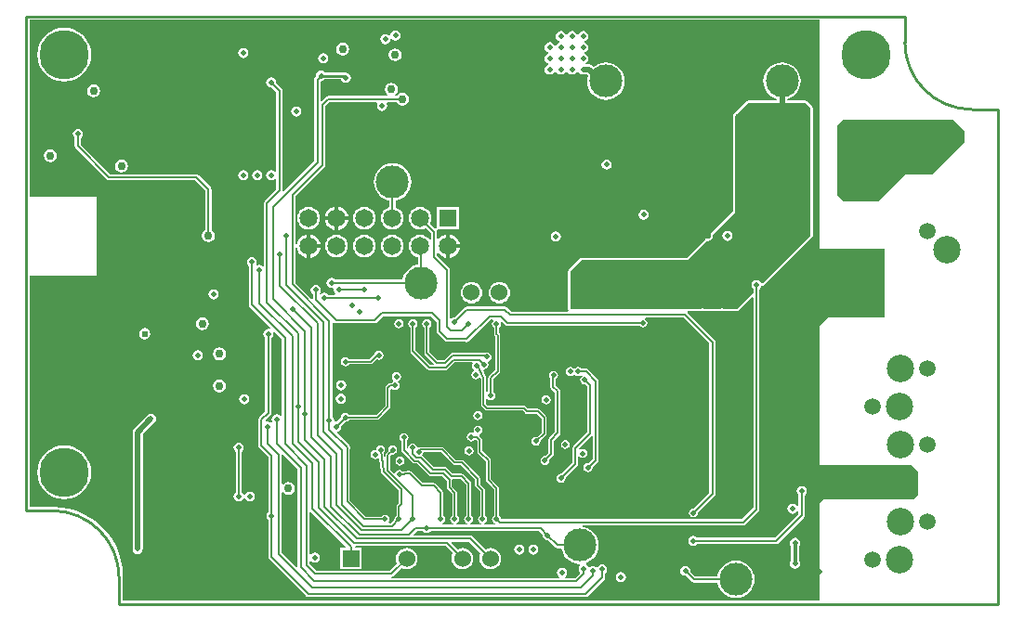
<source format=gbl>
G04*
G04 #@! TF.GenerationSoftware,Altium Limited,Altium Designer,20.2.4 (192)*
G04*
G04 Layer_Physical_Order=4*
G04 Layer_Color=16711680*
%FSLAX44Y44*%
%MOMM*%
G71*
G04*
G04 #@! TF.SameCoordinates,742EB62A-7AE8-4A69-8DF3-B4F61E8DB2E3*
G04*
G04*
G04 #@! TF.FilePolarity,Positive*
G04*
G01*
G75*
%ADD10C,0.2540*%
%ADD16C,0.2000*%
%ADD17C,0.1524*%
%ADD20C,0.1500*%
%ADD161C,0.5080*%
%ADD162C,0.3048*%
%ADD170C,1.5000*%
%ADD171C,1.5300*%
%ADD172R,1.5300X1.5300*%
%ADD173C,1.6500*%
%ADD174R,1.6500X1.6500*%
%ADD175C,2.5000*%
%ADD177C,4.5000*%
%ADD178C,0.5080*%
%ADD179C,0.6096*%
%ADD180C,0.5100*%
%ADD181C,3.0000*%
G04:AMPARAMS|DCode=182|XSize=2.1mm|YSize=0.8mm|CornerRadius=0.36mm|HoleSize=0mm|Usage=FLASHONLY|Rotation=0.000|XOffset=0mm|YOffset=0mm|HoleType=Round|Shape=RoundedRectangle|*
%AMROUNDEDRECTD182*
21,1,2.1000,0.0800,0,0,0.0*
21,1,1.3800,0.8000,0,0,0.0*
1,1,0.7200,0.6900,-0.0400*
1,1,0.7200,-0.6900,-0.0400*
1,1,0.7200,-0.6900,0.0400*
1,1,0.7200,0.6900,0.0400*
%
%ADD182ROUNDEDRECTD182*%
%ADD183C,0.7620*%
G36*
X770017Y431239D02*
Y421296D01*
X740553Y391832D01*
X716640D01*
X691531Y366723D01*
X660251D01*
X653974Y373000D01*
X653974Y436607D01*
X659202Y441836D01*
X759420D01*
X770017Y431239D01*
D02*
G37*
G36*
X638392Y324268D02*
X697320D01*
X697828Y324058D01*
Y261530D01*
X697828Y261530D01*
X645798D01*
X638392Y253870D01*
Y126320D01*
X722499D01*
X728054Y120765D01*
Y99732D01*
X723482Y95160D01*
X641440D01*
X638392Y92112D01*
Y3334D01*
X3334D01*
Y25632D01*
X3345Y25645D01*
X3356Y25645D01*
X2974Y32446D01*
X1791Y39408D01*
X-164Y46194D01*
X-2867Y52719D01*
X-6283Y58900D01*
X-10369Y64659D01*
X-15075Y69925D01*
X-20341Y74630D01*
X-26100Y78717D01*
X-32281Y82133D01*
X-38806Y84836D01*
X-45592Y86791D01*
X-52554Y87974D01*
X-58596Y88313D01*
X-59605Y88370D01*
X-59855Y88356D01*
X-61118Y88334D01*
X-81666D01*
Y299552D01*
X-20188D01*
Y371432D01*
X-81666D01*
Y532666D01*
X638392D01*
Y324268D01*
D02*
G37*
%LPC*%
G36*
X422812Y522619D02*
X421040Y522267D01*
X419539Y521263D01*
X418535Y519761D01*
X418379Y518977D01*
X417085D01*
X416928Y519761D01*
X415925Y521263D01*
X414423Y522267D01*
X412652Y522619D01*
X410881Y522267D01*
X409379Y521263D01*
X408375Y519761D01*
X408219Y518977D01*
X406925D01*
X406768Y519761D01*
X405765Y521263D01*
X404263Y522267D01*
X402492Y522619D01*
X400720Y522267D01*
X399219Y521263D01*
X398215Y519761D01*
X397863Y517990D01*
X398215Y516219D01*
X399219Y514717D01*
X400720Y513713D01*
X401505Y513557D01*
Y512263D01*
X400720Y512107D01*
X399219Y511103D01*
X398215Y509601D01*
X398059Y508817D01*
X396764D01*
X396609Y509601D01*
X395605Y511103D01*
X394103Y512107D01*
X392332Y512459D01*
X390560Y512107D01*
X389059Y511103D01*
X388055Y509601D01*
X387703Y507830D01*
X388055Y506059D01*
X389059Y504557D01*
X390560Y503553D01*
X391345Y503397D01*
Y502103D01*
X390560Y501947D01*
X389059Y500943D01*
X388055Y499441D01*
X387703Y497670D01*
X388055Y495899D01*
X389059Y494397D01*
X390560Y493393D01*
X391345Y493237D01*
Y491943D01*
X390560Y491787D01*
X389059Y490783D01*
X388055Y489281D01*
X387703Y487510D01*
X388055Y485739D01*
X389059Y484237D01*
X390560Y483233D01*
X392332Y482881D01*
X394103Y483233D01*
X395605Y484237D01*
X396609Y485739D01*
X396764Y486523D01*
X398059D01*
X398215Y485739D01*
X399219Y484237D01*
X400720Y483233D01*
X402492Y482881D01*
X404263Y483233D01*
X405765Y484237D01*
X406768Y485739D01*
X406925Y486523D01*
X408219D01*
X408375Y485739D01*
X409379Y484237D01*
X410881Y483233D01*
X412652Y482881D01*
X414423Y483233D01*
X415925Y484237D01*
X416928Y485739D01*
X417085Y486523D01*
X418379D01*
X418535Y485739D01*
X419539Y484237D01*
X421040Y483233D01*
X422812Y482881D01*
X426221D01*
X427310Y481791D01*
X426820Y480175D01*
X426492Y476842D01*
X426820Y473509D01*
X427792Y470305D01*
X429371Y467352D01*
X431495Y464763D01*
X434084Y462639D01*
X437037Y461060D01*
X440241Y460088D01*
X443574Y459760D01*
X446907Y460088D01*
X450111Y461060D01*
X453064Y462639D01*
X455653Y464763D01*
X457777Y467352D01*
X459356Y470305D01*
X460328Y473509D01*
X460656Y476842D01*
X460328Y480175D01*
X459356Y483379D01*
X457777Y486332D01*
X455653Y488921D01*
X453064Y491045D01*
X450111Y492624D01*
X446907Y493596D01*
X443574Y493924D01*
X440241Y493596D01*
X437037Y492624D01*
X434084Y491045D01*
X432472Y489723D01*
X431411Y490783D01*
X429910Y491787D01*
X428138Y492139D01*
X428138Y492139D01*
X424787D01*
X424583Y493393D01*
X426085Y494397D01*
X427089Y495899D01*
X427441Y497670D01*
X427089Y499441D01*
X426085Y500943D01*
X424583Y501947D01*
X423799Y502103D01*
Y503397D01*
X424583Y503553D01*
X426085Y504557D01*
X427089Y506059D01*
X427441Y507830D01*
X427089Y509601D01*
X426085Y511103D01*
X424583Y512107D01*
X423799Y512263D01*
Y513557D01*
X424583Y513713D01*
X426085Y514717D01*
X427089Y516219D01*
X427441Y517990D01*
X427089Y519761D01*
X426085Y521263D01*
X424583Y522267D01*
X422812Y522619D01*
D02*
G37*
G36*
X251797Y523028D02*
X250026Y522676D01*
X248524Y521672D01*
X247521Y520171D01*
X247208Y518597D01*
X246591Y518313D01*
X245936Y518215D01*
X245779Y518449D01*
X244277Y519453D01*
X242506Y519805D01*
X240735Y519453D01*
X239233Y518449D01*
X238229Y516948D01*
X237877Y515176D01*
X238229Y513405D01*
X239233Y511903D01*
X240735Y510900D01*
X242506Y510547D01*
X244277Y510900D01*
X245779Y511903D01*
X246782Y513405D01*
X247096Y514978D01*
X247712Y515262D01*
X248368Y515360D01*
X248524Y515126D01*
X250026Y514123D01*
X251797Y513770D01*
X253569Y514123D01*
X255071Y515126D01*
X256074Y516628D01*
X256426Y518399D01*
X256074Y520171D01*
X255071Y521672D01*
X253569Y522676D01*
X251797Y523028D01*
D02*
G37*
G36*
X203798Y511976D02*
X201531Y511525D01*
X199609Y510241D01*
X198325Y508319D01*
X197874Y506052D01*
X198325Y503785D01*
X199609Y501863D01*
X201531Y500579D01*
X203798Y500128D01*
X206065Y500579D01*
X207987Y501863D01*
X209271Y503785D01*
X209722Y506052D01*
X209271Y508319D01*
X207987Y510241D01*
X206065Y511525D01*
X203798Y511976D01*
D02*
G37*
G36*
X113200Y507085D02*
X111429Y506733D01*
X109927Y505729D01*
X108923Y504227D01*
X108571Y502456D01*
X108923Y500685D01*
X109927Y499183D01*
X111429Y498179D01*
X113200Y497827D01*
X114971Y498179D01*
X116473Y499183D01*
X117477Y500685D01*
X117829Y502456D01*
X117477Y504227D01*
X116473Y505729D01*
X114971Y506733D01*
X113200Y507085D01*
D02*
G37*
G36*
X251710Y506816D02*
X249443Y506365D01*
X247521Y505081D01*
X246237Y503159D01*
X245786Y500892D01*
X246237Y498625D01*
X247521Y496703D01*
X249443Y495419D01*
X251710Y494968D01*
X253977Y495419D01*
X255899Y496703D01*
X257183Y498625D01*
X257634Y500892D01*
X257183Y503159D01*
X255899Y505081D01*
X253977Y506365D01*
X251710Y506816D01*
D02*
G37*
G36*
X186098Y502299D02*
X184327Y501947D01*
X182825Y500943D01*
X181821Y499441D01*
X181469Y497670D01*
X181821Y495899D01*
X182825Y494397D01*
X184327Y493393D01*
X186098Y493041D01*
X187869Y493393D01*
X189371Y494397D01*
X190375Y495899D01*
X190727Y497670D01*
X190375Y499441D01*
X189371Y500943D01*
X187869Y501947D01*
X186098Y502299D01*
D02*
G37*
G36*
X-50000Y525619D02*
X-54803Y525145D01*
X-59421Y523745D01*
X-63677Y521470D01*
X-67408Y518408D01*
X-70470Y514677D01*
X-72745Y510421D01*
X-74145Y505803D01*
X-74619Y501000D01*
X-74145Y496197D01*
X-72745Y491579D01*
X-70470Y487323D01*
X-67408Y483592D01*
X-63677Y480530D01*
X-59421Y478256D01*
X-54803Y476855D01*
X-50000Y476381D01*
X-45197Y476855D01*
X-40579Y478256D01*
X-36323Y480530D01*
X-32592Y483592D01*
X-29530Y487323D01*
X-27255Y491579D01*
X-25854Y496197D01*
X-25382Y501000D01*
X-25854Y505803D01*
X-27255Y510421D01*
X-29530Y514677D01*
X-32592Y518408D01*
X-36323Y521470D01*
X-40579Y523745D01*
X-45197Y525145D01*
X-50000Y525619D01*
D02*
G37*
G36*
X604040Y493924D02*
X600707Y493596D01*
X597503Y492624D01*
X594550Y491045D01*
X591961Y488921D01*
X589837Y486332D01*
X588258Y483379D01*
X587286Y480175D01*
X586958Y476842D01*
X587286Y473509D01*
X588258Y470305D01*
X589837Y467352D01*
X591961Y464763D01*
X594550Y462639D01*
X597503Y461060D01*
X599411Y460481D01*
Y459069D01*
X572945Y459069D01*
X572944Y459069D01*
X572164Y458914D01*
X571503Y458472D01*
X571502Y458472D01*
X559773Y446742D01*
X559773Y446742D01*
X559331Y446080D01*
X559175Y445300D01*
X559176Y357663D01*
X539449Y337936D01*
X539337Y337769D01*
X539195Y337627D01*
X539118Y337442D01*
X539006Y337275D01*
X538967Y337078D01*
X538890Y336892D01*
Y336691D01*
X538851Y336494D01*
X538890Y336297D01*
Y336097D01*
X538985Y335623D01*
X538791Y334647D01*
X538238Y333820D01*
X537411Y333267D01*
X536435Y333073D01*
X535961Y333167D01*
X535760D01*
X535563Y333206D01*
X535366Y333167D01*
X535165D01*
X534980Y333090D01*
X534783Y333051D01*
X534616Y332940D01*
X534430Y332863D01*
X534288Y332721D01*
X534121Y332609D01*
X517240Y315728D01*
X421383D01*
X420602Y315572D01*
X419941Y315130D01*
X409799Y304989D01*
X409357Y304327D01*
X409202Y303547D01*
Y268977D01*
X409357Y268197D01*
X409554Y267902D01*
X409078Y266729D01*
X408992Y266632D01*
X357207D01*
X353460Y270379D01*
X352546Y270990D01*
X351468Y271204D01*
X316807D01*
X315729Y270990D01*
X314815Y270379D01*
X305891Y261455D01*
X305778Y261477D01*
X304202Y261164D01*
X302867Y260271D01*
X302626Y259911D01*
X301356Y260297D01*
Y304710D01*
X301142Y305788D01*
X300531Y306701D01*
X289590Y317643D01*
Y319753D01*
X290860Y320185D01*
X292004Y318693D01*
X294258Y316963D01*
X296883Y315876D01*
X297795Y315756D01*
Y326388D01*
Y337021D01*
X296883Y336901D01*
X294258Y335813D01*
X292004Y334084D01*
X290860Y332592D01*
X289590Y333023D01*
Y339314D01*
X289396Y340291D01*
X289430Y340474D01*
X290137Y341538D01*
X290356Y341538D01*
X309950D01*
Y362038D01*
X289450D01*
X289450Y342524D01*
Y342490D01*
Y342490D01*
X289450Y342417D01*
X289166Y342299D01*
D01*
X289166Y342299D01*
Y342299D01*
X288017Y342054D01*
X283311Y346759D01*
X284286Y349113D01*
X284638Y351788D01*
X284286Y354464D01*
X283253Y356958D01*
X281610Y359099D01*
X279469Y360742D01*
X276976Y361774D01*
X274300Y362127D01*
X271624Y361774D01*
X269131Y360742D01*
X266989Y359099D01*
X265347Y356958D01*
X264314Y354464D01*
X263961Y351788D01*
X264314Y349113D01*
X265347Y346619D01*
X266989Y344478D01*
X269131Y342835D01*
X271624Y341802D01*
X274300Y341450D01*
X276976Y341802D01*
X279329Y342777D01*
X283958Y338148D01*
Y332726D01*
X282688Y332295D01*
X281610Y333699D01*
X279469Y335342D01*
X276976Y336375D01*
X274300Y336727D01*
X271624Y336375D01*
X269131Y335342D01*
X266989Y333699D01*
X265347Y331558D01*
X264314Y329064D01*
X263961Y326388D01*
X264314Y323713D01*
X265347Y321219D01*
X266989Y319078D01*
X269131Y317435D01*
X271624Y316402D01*
X272328Y316310D01*
Y309578D01*
X271799Y309526D01*
X268595Y308554D01*
X265641Y306975D01*
X263053Y304851D01*
X260928Y302262D01*
X259350Y299309D01*
X258378Y296105D01*
X258326Y295576D01*
X197273D01*
X196960Y296045D01*
X195458Y297049D01*
X193687Y297401D01*
X191915Y297049D01*
X190413Y296045D01*
X189410Y294543D01*
X189058Y292772D01*
X189410Y291001D01*
X190413Y289499D01*
X191915Y288495D01*
X193687Y288143D01*
X194700Y288345D01*
X195754Y287282D01*
X195551Y286262D01*
X195904Y284491D01*
X196781Y283178D01*
X196566Y282437D01*
X196239Y281908D01*
X190276D01*
X189962Y282377D01*
X188460Y283381D01*
X186689Y283733D01*
X184918Y283381D01*
X183781Y282622D01*
X182866Y283537D01*
X183503Y284491D01*
X183855Y286262D01*
X183503Y288034D01*
X182499Y289535D01*
X180997Y290539D01*
X179226Y290891D01*
X177455Y290539D01*
X175953Y289535D01*
X174949Y288034D01*
X174597Y286262D01*
X174949Y284491D01*
X175953Y282989D01*
X176422Y282675D01*
Y278621D01*
X175152Y278095D01*
X160628Y292619D01*
Y325003D01*
X161588Y325752D01*
X161898Y325772D01*
X161899Y325766D01*
X162188Y323572D01*
X163275Y320947D01*
X165004Y318693D01*
X167258Y316963D01*
X169883Y315876D01*
X170795Y315756D01*
Y326388D01*
X172700D01*
D01*
X170795D01*
Y337021D01*
X169883Y336901D01*
X167258Y335813D01*
X165004Y334084D01*
X163275Y331830D01*
X162188Y329205D01*
X161899Y327011D01*
X161898Y327005D01*
X161588Y327025D01*
X160628Y327773D01*
Y372129D01*
X187049Y398549D01*
X187656Y399459D01*
X187870Y400532D01*
Y453901D01*
X191641Y457672D01*
X234826D01*
X235505Y456402D01*
X235251Y456022D01*
X234898Y454250D01*
X235251Y452479D01*
X236254Y450977D01*
X237756Y449974D01*
X239527Y449621D01*
X241299Y449974D01*
X242800Y450977D01*
X243804Y452479D01*
X244156Y454250D01*
X243804Y456022D01*
X243550Y456402D01*
X244229Y457672D01*
X253069D01*
X253994Y456287D01*
X255916Y455003D01*
X258183Y454552D01*
X260450Y455003D01*
X262372Y456287D01*
X263656Y458209D01*
X264107Y460476D01*
X263656Y462743D01*
X262372Y464664D01*
X260450Y465949D01*
X258183Y466400D01*
X255916Y465949D01*
X253994Y464664D01*
X253109Y463340D01*
X251893Y463383D01*
X251539Y464550D01*
X252263Y465033D01*
X253547Y466955D01*
X253998Y469222D01*
X253547Y471489D01*
X252263Y473411D01*
X250341Y474695D01*
X248074Y475146D01*
X245807Y474695D01*
X243885Y473411D01*
X242601Y471489D01*
X242150Y469222D01*
X242601Y466955D01*
X243885Y465033D01*
X244609Y464550D01*
X244224Y463280D01*
X190480D01*
X189407Y463066D01*
X188497Y462458D01*
X184661Y458623D01*
X183488Y459109D01*
Y475986D01*
X184066Y477166D01*
X185837Y477518D01*
X187248Y478461D01*
X202265D01*
X202301Y478279D01*
X203305Y476777D01*
X204807Y475773D01*
X206578Y475421D01*
X208349Y475773D01*
X209851Y476777D01*
X210855Y478279D01*
X211207Y480050D01*
X210855Y481821D01*
X209851Y483323D01*
X208349Y484327D01*
X206578Y484679D01*
X205913Y484547D01*
X205422Y484875D01*
X204146Y485129D01*
X187248D01*
X185837Y486072D01*
X184066Y486424D01*
X182295Y486072D01*
X180793Y485068D01*
X179789Y483566D01*
X179437Y481795D01*
X179547Y481241D01*
X178701Y480396D01*
X178094Y479486D01*
X177880Y478413D01*
Y404071D01*
X150135Y376327D01*
X149138Y376761D01*
X148944Y376931D01*
Y468032D01*
X148730Y469105D01*
X148123Y470015D01*
X143119Y475018D01*
X143229Y475572D01*
X142877Y477343D01*
X141873Y478845D01*
X140371Y479849D01*
X138600Y480201D01*
X136829Y479849D01*
X135327Y478845D01*
X134323Y477343D01*
X133971Y475572D01*
X134323Y473801D01*
X135327Y472299D01*
X136829Y471295D01*
X138600Y470943D01*
X139154Y471053D01*
X143336Y466871D01*
Y394485D01*
X142066Y394100D01*
X141873Y394389D01*
X140371Y395392D01*
X138600Y395745D01*
X136829Y395392D01*
X135327Y394389D01*
X134323Y392887D01*
X133971Y391116D01*
X134323Y389344D01*
X135327Y387842D01*
X136829Y386839D01*
X138600Y386487D01*
X140371Y386839D01*
X141873Y387842D01*
X142066Y388131D01*
X143336Y387746D01*
Y378007D01*
X132807Y367479D01*
X132200Y366569D01*
X131986Y365496D01*
Y308922D01*
X130716Y308243D01*
X129837Y308831D01*
X128065Y309183D01*
X126294Y308831D01*
X125717Y308445D01*
X124801Y309361D01*
X125208Y309971D01*
X125561Y311742D01*
X125208Y313513D01*
X124205Y315015D01*
X122703Y316019D01*
X120932Y316371D01*
X119160Y316019D01*
X117659Y315015D01*
X116655Y313513D01*
X116303Y311742D01*
X116655Y309971D01*
X117659Y308469D01*
X118128Y308155D01*
Y272858D01*
X118341Y271785D01*
X118949Y270876D01*
X138268Y251557D01*
X138124Y251244D01*
X137519Y250510D01*
X135994Y250813D01*
X134223Y250461D01*
X132721Y249457D01*
X131718Y247955D01*
X131365Y246184D01*
X131718Y244413D01*
X132721Y242911D01*
X133178Y242605D01*
Y175339D01*
X127587Y169748D01*
X126976Y168834D01*
X126762Y167756D01*
Y144652D01*
X126976Y143574D01*
X127587Y142661D01*
X135958Y134290D01*
Y83753D01*
X135501Y83447D01*
X134497Y81945D01*
X134145Y80174D01*
X134497Y78403D01*
X135501Y76901D01*
X135958Y76595D01*
Y42836D01*
X136172Y41758D01*
X136783Y40845D01*
X170311Y7317D01*
X171224Y6706D01*
X172302Y6492D01*
X425286D01*
X426364Y6706D01*
X427277Y7317D01*
X441960Y21999D01*
X442571Y22913D01*
X442785Y23991D01*
Y27827D01*
X443242Y28133D01*
X444245Y29635D01*
X444598Y31406D01*
X444245Y33177D01*
X443242Y34679D01*
X441740Y35683D01*
X439969Y36035D01*
X438197Y35683D01*
X436696Y34679D01*
X436163Y33882D01*
X435064Y33444D01*
X434593Y33644D01*
X433455Y34405D01*
X431683Y34757D01*
X429912Y34405D01*
X428992Y33790D01*
X427811Y33923D01*
X427494Y34200D01*
X426664Y35441D01*
X425628Y36133D01*
X425803Y37514D01*
X426490Y37722D01*
X429444Y39301D01*
X432032Y41425D01*
X434157Y44014D01*
X435735Y46967D01*
X436707Y50171D01*
X437035Y53504D01*
X436707Y56837D01*
X435735Y60041D01*
X434157Y62994D01*
X432032Y65583D01*
X429444Y67707D01*
X426490Y69286D01*
X423286Y70258D01*
X422586Y70327D01*
X422648Y71597D01*
X568654D01*
X569727Y71810D01*
X570636Y72418D01*
X582575Y84356D01*
X583182Y85266D01*
X583396Y86339D01*
Y286991D01*
X584007Y287399D01*
X585011Y288901D01*
X585254Y290124D01*
X585691Y290395D01*
X585959Y290376D01*
X586223Y290324D01*
X586353Y290350D01*
X586485Y290341D01*
X586740Y290427D01*
X587003Y290479D01*
X587113Y290553D01*
X587239Y290595D01*
X587441Y290772D01*
X587665Y290921D01*
X631407Y334664D01*
X631850Y335325D01*
X632005Y336106D01*
Y452786D01*
X631850Y453567D01*
X631407Y454228D01*
X631407Y454228D01*
X627164Y458472D01*
X627164Y458472D01*
X626502Y458914D01*
X625722Y459069D01*
X608669Y459069D01*
Y460481D01*
X610577Y461060D01*
X613530Y462639D01*
X616119Y464763D01*
X618243Y467352D01*
X619822Y470305D01*
X620794Y473509D01*
X621122Y476842D01*
X620794Y480175D01*
X619822Y483379D01*
X618243Y486332D01*
X616119Y488921D01*
X613530Y491045D01*
X610577Y492624D01*
X607373Y493596D01*
X604040Y493924D01*
D02*
G37*
G36*
X-23251Y473823D02*
X-25518Y473372D01*
X-27439Y472088D01*
X-28724Y470166D01*
X-29174Y467899D01*
X-28724Y465632D01*
X-27439Y463711D01*
X-25518Y462426D01*
X-23251Y461976D01*
X-20984Y462426D01*
X-19062Y463711D01*
X-17778Y465632D01*
X-17327Y467899D01*
X-17778Y470166D01*
X-19062Y472088D01*
X-20984Y473372D01*
X-23251Y473823D01*
D02*
G37*
G36*
X161480Y453705D02*
X159708Y453353D01*
X158207Y452349D01*
X157203Y450847D01*
X156851Y449076D01*
X157203Y447305D01*
X158207Y445803D01*
X159708Y444799D01*
X161480Y444447D01*
X163251Y444799D01*
X164753Y445803D01*
X165756Y447305D01*
X166109Y449076D01*
X165756Y450847D01*
X164753Y452349D01*
X163251Y453353D01*
X161480Y453705D01*
D02*
G37*
G36*
X-62558Y414766D02*
X-64825Y414315D01*
X-66746Y413031D01*
X-68031Y411109D01*
X-68481Y408842D01*
X-68031Y406575D01*
X-66746Y404653D01*
X-64825Y403369D01*
X-62558Y402918D01*
X-60291Y403369D01*
X-58369Y404653D01*
X-57085Y406575D01*
X-56634Y408842D01*
X-57085Y411109D01*
X-58369Y413031D01*
X-60291Y414315D01*
X-62558Y414766D01*
D02*
G37*
G36*
X444301Y405240D02*
X442530Y404888D01*
X441028Y403884D01*
X440025Y402382D01*
X439672Y400611D01*
X440025Y398839D01*
X441028Y397338D01*
X442530Y396334D01*
X444301Y395982D01*
X446073Y396334D01*
X447574Y397338D01*
X448578Y398839D01*
X448930Y400611D01*
X448578Y402382D01*
X447574Y403884D01*
X446073Y404888D01*
X444301Y405240D01*
D02*
G37*
G36*
X2202Y405296D02*
X-65Y404845D01*
X-1987Y403561D01*
X-3271Y401639D01*
X-3722Y399372D01*
X-3271Y397105D01*
X-1987Y395183D01*
X-65Y393899D01*
X2202Y393448D01*
X4469Y393899D01*
X6391Y395183D01*
X7675Y397105D01*
X8126Y399372D01*
X7675Y401639D01*
X6391Y403561D01*
X4469Y404845D01*
X2202Y405296D01*
D02*
G37*
G36*
X125900Y395745D02*
X124129Y395392D01*
X122627Y394389D01*
X121623Y392887D01*
X121271Y391116D01*
X121623Y389344D01*
X122627Y387842D01*
X124129Y386839D01*
X125900Y386487D01*
X127671Y386839D01*
X129173Y387842D01*
X130177Y389344D01*
X130529Y391116D01*
X130177Y392887D01*
X129173Y394389D01*
X127671Y395392D01*
X125900Y395745D01*
D02*
G37*
G36*
X113200D02*
X111429Y395392D01*
X109927Y394389D01*
X108923Y392887D01*
X108571Y391116D01*
X108923Y389344D01*
X109927Y387842D01*
X111429Y386839D01*
X113200Y386487D01*
X114971Y386839D01*
X116473Y387842D01*
X117477Y389344D01*
X117829Y391116D01*
X117477Y392887D01*
X116473Y394389D01*
X114971Y395392D01*
X113200Y395745D01*
D02*
G37*
G36*
X200005Y362421D02*
Y353693D01*
X208732D01*
X208612Y354605D01*
X207525Y357230D01*
X205795Y359484D01*
X203541Y361213D01*
X200917Y362301D01*
X200005Y362421D01*
D02*
G37*
G36*
X196195Y362421D02*
X195283Y362301D01*
X192658Y361213D01*
X190404Y359484D01*
X188675Y357230D01*
X187588Y354605D01*
X187467Y353693D01*
X196195D01*
Y362421D01*
D02*
G37*
G36*
X477898Y359511D02*
X476127Y359159D01*
X474625Y358155D01*
X473621Y356653D01*
X473269Y354882D01*
X473621Y353111D01*
X474625Y351609D01*
X476127Y350605D01*
X477898Y350253D01*
X479669Y350605D01*
X481171Y351609D01*
X482175Y353111D01*
X482527Y354882D01*
X482175Y356653D01*
X481171Y358155D01*
X479669Y359159D01*
X477898Y359511D01*
D02*
G37*
G36*
X249082Y401911D02*
X245750Y401583D01*
X242545Y400611D01*
X239592Y399032D01*
X237003Y396908D01*
X234879Y394319D01*
X233300Y391366D01*
X232328Y388162D01*
X232000Y384829D01*
X232328Y381496D01*
X233300Y378292D01*
X234879Y375339D01*
X237003Y372750D01*
X239592Y370626D01*
X242545Y369047D01*
X245750Y368075D01*
X246278Y368023D01*
Y361782D01*
X246224Y361774D01*
X243731Y360742D01*
X241590Y359099D01*
X239946Y356958D01*
X238914Y354464D01*
X238561Y351788D01*
X238914Y349113D01*
X239946Y346619D01*
X241590Y344478D01*
X243731Y342835D01*
X246224Y341802D01*
X248900Y341450D01*
X251576Y341802D01*
X254069Y342835D01*
X256210Y344478D01*
X257853Y346619D01*
X258886Y349113D01*
X259238Y351788D01*
X258886Y354464D01*
X257853Y356958D01*
X256210Y359099D01*
X254069Y360742D01*
X251886Y361646D01*
Y368023D01*
X252415Y368075D01*
X255619Y369047D01*
X258573Y370626D01*
X261161Y372750D01*
X263286Y375339D01*
X264864Y378292D01*
X265836Y381496D01*
X266165Y384829D01*
X265836Y388162D01*
X264864Y391366D01*
X263286Y394319D01*
X261161Y396908D01*
X258573Y399032D01*
X255619Y400611D01*
X252415Y401583D01*
X249082Y401911D01*
D02*
G37*
G36*
X223500Y362127D02*
X220824Y361774D01*
X218331Y360742D01*
X216189Y359099D01*
X214547Y356958D01*
X213514Y354464D01*
X213161Y351788D01*
X213514Y349113D01*
X214547Y346619D01*
X216189Y344478D01*
X218331Y342835D01*
X220824Y341802D01*
X223500Y341450D01*
X226176Y341802D01*
X228669Y342835D01*
X230810Y344478D01*
X232453Y346619D01*
X233486Y349113D01*
X233838Y351788D01*
X233486Y354464D01*
X232453Y356958D01*
X230810Y359099D01*
X228669Y360742D01*
X226176Y361774D01*
X223500Y362127D01*
D02*
G37*
G36*
X172700D02*
X170024Y361774D01*
X167531Y360742D01*
X165389Y359099D01*
X163746Y356958D01*
X162714Y354464D01*
X162361Y351788D01*
X162714Y349113D01*
X163746Y346619D01*
X165389Y344478D01*
X167531Y342835D01*
X170024Y341802D01*
X172700Y341450D01*
X175376Y341802D01*
X177869Y342835D01*
X180010Y344478D01*
X181653Y346619D01*
X182686Y349113D01*
X183038Y351788D01*
X182686Y354464D01*
X181653Y356958D01*
X180010Y359099D01*
X177869Y360742D01*
X175376Y361774D01*
X172700Y362127D01*
D02*
G37*
G36*
X208732Y349883D02*
X200005D01*
Y341156D01*
X200917Y341276D01*
X203541Y342363D01*
X205795Y344093D01*
X207525Y346347D01*
X208612Y348972D01*
X208732Y349883D01*
D02*
G37*
G36*
X196195D02*
X187467D01*
X187588Y348972D01*
X188675Y346347D01*
X190404Y344093D01*
X192658Y342363D01*
X195283Y341276D01*
X196195Y341156D01*
Y349883D01*
D02*
G37*
G36*
X397999Y339727D02*
X396228Y339375D01*
X394726Y338371D01*
X393723Y336870D01*
X393371Y335098D01*
X393723Y333327D01*
X394726Y331825D01*
X396228Y330822D01*
X397999Y330469D01*
X399771Y330822D01*
X401273Y331825D01*
X402276Y333327D01*
X402628Y335098D01*
X402276Y336870D01*
X401273Y338371D01*
X399771Y339375D01*
X397999Y339727D01*
D02*
G37*
G36*
X-37676Y433211D02*
X-39447Y432859D01*
X-40949Y431855D01*
X-41953Y430353D01*
X-42305Y428582D01*
X-41953Y426811D01*
X-40949Y425309D01*
X-40492Y425003D01*
Y417660D01*
X-40278Y416582D01*
X-39667Y415669D01*
X-11219Y387221D01*
X-10306Y386610D01*
X-9228Y386396D01*
X69278D01*
X78554Y377119D01*
Y340978D01*
X77181Y340061D01*
X75897Y338139D01*
X75446Y335872D01*
X75897Y333605D01*
X77181Y331683D01*
X79103Y330399D01*
X81370Y329948D01*
X83637Y330399D01*
X85559Y331683D01*
X86843Y333605D01*
X87294Y335872D01*
X86843Y338139D01*
X85559Y340061D01*
X84186Y340978D01*
Y378286D01*
X83972Y379364D01*
X83361Y380277D01*
X72435Y391203D01*
X71522Y391814D01*
X70444Y392028D01*
X-8062D01*
X-34860Y418826D01*
Y425003D01*
X-34403Y425309D01*
X-33399Y426811D01*
X-33047Y428582D01*
X-33399Y430353D01*
X-34403Y431855D01*
X-35905Y432859D01*
X-37676Y433211D01*
D02*
G37*
G36*
X301605Y337021D02*
Y328293D01*
X310332D01*
X310212Y329205D01*
X309125Y331830D01*
X307395Y334084D01*
X305141Y335813D01*
X302517Y336901D01*
X301605Y337021D01*
D02*
G37*
G36*
X174605Y337021D02*
Y328293D01*
X183332D01*
X183212Y329205D01*
X182125Y331830D01*
X180395Y334084D01*
X178141Y335813D01*
X175517Y336901D01*
X174605Y337021D01*
D02*
G37*
G36*
X248900Y336727D02*
X246224Y336375D01*
X243731Y335342D01*
X241590Y333699D01*
X239946Y331558D01*
X238914Y329064D01*
X238561Y326388D01*
X238914Y323713D01*
X239946Y321219D01*
X241590Y319078D01*
X243731Y317435D01*
X246224Y316402D01*
X248900Y316050D01*
X251576Y316402D01*
X254069Y317435D01*
X256210Y319078D01*
X257853Y321219D01*
X258886Y323713D01*
X259238Y326388D01*
X258886Y329064D01*
X257853Y331558D01*
X256210Y333699D01*
X254069Y335342D01*
X251576Y336375D01*
X248900Y336727D01*
D02*
G37*
G36*
X223500D02*
X220824Y336375D01*
X218331Y335342D01*
X216189Y333699D01*
X214547Y331558D01*
X213514Y329064D01*
X213161Y326388D01*
X213514Y323713D01*
X214547Y321219D01*
X216189Y319078D01*
X218331Y317435D01*
X220824Y316402D01*
X223500Y316050D01*
X226176Y316402D01*
X228669Y317435D01*
X230810Y319078D01*
X232453Y321219D01*
X233486Y323713D01*
X233838Y326388D01*
X233486Y329064D01*
X232453Y331558D01*
X230810Y333699D01*
X228669Y335342D01*
X226176Y336375D01*
X223500Y336727D01*
D02*
G37*
G36*
X198100D02*
X195424Y336375D01*
X192931Y335342D01*
X190790Y333699D01*
X189146Y331558D01*
X188114Y329064D01*
X187761Y326388D01*
X188114Y323713D01*
X189146Y321219D01*
X190790Y319078D01*
X192931Y317435D01*
X195424Y316402D01*
X198100Y316050D01*
X200776Y316402D01*
X203269Y317435D01*
X205410Y319078D01*
X207053Y321219D01*
X208086Y323713D01*
X208438Y326388D01*
X208086Y329064D01*
X207053Y331558D01*
X205410Y333699D01*
X203269Y335342D01*
X200776Y336375D01*
X198100Y336727D01*
D02*
G37*
G36*
X183332Y324483D02*
X174605D01*
Y315756D01*
X175517Y315876D01*
X178141Y316963D01*
X180395Y318693D01*
X182125Y320947D01*
X183212Y323572D01*
X183332Y324483D01*
D02*
G37*
G36*
X310332Y324483D02*
X301605D01*
Y315756D01*
X302517Y315876D01*
X305141Y316963D01*
X307395Y318693D01*
X309125Y320947D01*
X310212Y323572D01*
X310332Y324483D01*
D02*
G37*
G36*
X85935Y287041D02*
X84151Y286686D01*
X82639Y285675D01*
X81628Y284163D01*
X81273Y282379D01*
X81628Y280595D01*
X82639Y279083D01*
X84151Y278072D01*
X85935Y277718D01*
X87719Y278072D01*
X89231Y279083D01*
X90242Y280595D01*
X90597Y282379D01*
X90242Y284163D01*
X89231Y285675D01*
X87719Y286686D01*
X85935Y287041D01*
D02*
G37*
G36*
X346582Y293523D02*
X344063Y293192D01*
X341715Y292219D01*
X339700Y290672D01*
X338153Y288657D01*
X337180Y286309D01*
X336849Y283790D01*
X337180Y281271D01*
X338153Y278923D01*
X339700Y276908D01*
X341715Y275361D01*
X344063Y274389D01*
X346582Y274057D01*
X349101Y274389D01*
X351449Y275361D01*
X353465Y276908D01*
X355011Y278923D01*
X355984Y281271D01*
X356315Y283790D01*
X355984Y286309D01*
X355011Y288657D01*
X353465Y290672D01*
X351449Y292219D01*
X349101Y293192D01*
X346582Y293523D01*
D02*
G37*
G36*
X321182D02*
X318663Y293192D01*
X316315Y292219D01*
X314300Y290672D01*
X312753Y288657D01*
X311780Y286309D01*
X311449Y283790D01*
X311780Y281271D01*
X312753Y278923D01*
X314300Y276908D01*
X316315Y275361D01*
X318663Y274389D01*
X321182Y274057D01*
X323701Y274389D01*
X326049Y275361D01*
X328064Y276908D01*
X329611Y278923D01*
X330584Y281271D01*
X330915Y283790D01*
X330584Y286309D01*
X329611Y288657D01*
X328064Y290672D01*
X326049Y292219D01*
X323701Y293192D01*
X321182Y293523D01*
D02*
G37*
G36*
X75752Y261553D02*
X73485Y261102D01*
X71563Y259818D01*
X70279Y257896D01*
X69828Y255629D01*
X70279Y253362D01*
X71563Y251440D01*
X73485Y250156D01*
X75752Y249705D01*
X78019Y250156D01*
X79941Y251440D01*
X81225Y253362D01*
X81676Y255629D01*
X81225Y257896D01*
X79941Y259818D01*
X78019Y261102D01*
X75752Y261553D01*
D02*
G37*
G36*
X23432Y251593D02*
X21462Y251201D01*
X19792Y250085D01*
X18677Y248416D01*
X18285Y246446D01*
X18677Y244476D01*
X19792Y242807D01*
X21462Y241691D01*
X23432Y241299D01*
X25401Y241691D01*
X27071Y242807D01*
X28187Y244476D01*
X28579Y246446D01*
X28187Y248416D01*
X27071Y250085D01*
X25401Y251201D01*
X23432Y251593D01*
D02*
G37*
G36*
X91366Y233944D02*
X89099Y233493D01*
X87177Y232209D01*
X85893Y230287D01*
X85442Y228020D01*
X85893Y225753D01*
X87177Y223831D01*
X89099Y222547D01*
X91366Y222096D01*
X93633Y222547D01*
X95555Y223831D01*
X96839Y225753D01*
X97290Y228020D01*
X96839Y230287D01*
X95555Y232209D01*
X93633Y233493D01*
X91366Y233944D01*
D02*
G37*
G36*
X71728Y231332D02*
X69944Y230977D01*
X68432Y229966D01*
X67421Y228454D01*
X67066Y226670D01*
X67421Y224886D01*
X68432Y223374D01*
X69944Y222363D01*
X71728Y222008D01*
X73512Y222363D01*
X75024Y223374D01*
X76035Y224886D01*
X76390Y226670D01*
X76035Y228454D01*
X75024Y229966D01*
X73512Y230977D01*
X71728Y231332D01*
D02*
G37*
G36*
X91366Y204814D02*
X89099Y204363D01*
X87177Y203079D01*
X85893Y201157D01*
X85442Y198890D01*
X85893Y196623D01*
X87177Y194701D01*
X89099Y193417D01*
X91366Y192966D01*
X93633Y193417D01*
X95555Y194701D01*
X96839Y196623D01*
X97290Y198890D01*
X96839Y201157D01*
X95555Y203079D01*
X93633Y204363D01*
X91366Y204814D01*
D02*
G37*
G36*
X113968Y191364D02*
X112184Y191009D01*
X110672Y189998D01*
X109661Y188486D01*
X109306Y186702D01*
X109661Y184918D01*
X110672Y183406D01*
X112184Y182395D01*
X113968Y182041D01*
X115752Y182395D01*
X117264Y183406D01*
X118275Y184918D01*
X118630Y186702D01*
X118275Y188486D01*
X117264Y189998D01*
X115752Y191009D01*
X113968Y191364D01*
D02*
G37*
G36*
X-50000Y144619D02*
X-54803Y144145D01*
X-59421Y142745D01*
X-63677Y140470D01*
X-67408Y137408D01*
X-70470Y133677D01*
X-72745Y129421D01*
X-74145Y124803D01*
X-74619Y120000D01*
X-74145Y115197D01*
X-72745Y110579D01*
X-70470Y106323D01*
X-67408Y102592D01*
X-63677Y99530D01*
X-59421Y97255D01*
X-54803Y95855D01*
X-50000Y95381D01*
X-45197Y95855D01*
X-40579Y97255D01*
X-36323Y99530D01*
X-32592Y102592D01*
X-29530Y106323D01*
X-27255Y110579D01*
X-25854Y115197D01*
X-25382Y120000D01*
X-25854Y124803D01*
X-27255Y129421D01*
X-29530Y133677D01*
X-32592Y137408D01*
X-36323Y140470D01*
X-40579Y142745D01*
X-45197Y144145D01*
X-50000Y144619D01*
D02*
G37*
G36*
X108972Y147032D02*
X107201Y146680D01*
X105699Y145676D01*
X104696Y144174D01*
X104343Y142403D01*
X104696Y140632D01*
X105699Y139130D01*
X106168Y138816D01*
Y103754D01*
X106156Y103692D01*
Y101457D01*
X105699Y101151D01*
X104695Y99649D01*
X104343Y97878D01*
X104695Y96107D01*
X105699Y94605D01*
X107201Y93602D01*
X108972Y93249D01*
X110744Y93602D01*
X112245Y94605D01*
X113249Y96107D01*
X113325Y96489D01*
X114620D01*
X114696Y96107D01*
X115699Y94605D01*
X117201Y93602D01*
X118972Y93249D01*
X120744Y93602D01*
X122245Y94605D01*
X123249Y96107D01*
X123601Y97878D01*
X123249Y99649D01*
X122245Y101151D01*
X120744Y102155D01*
X118972Y102507D01*
X117201Y102155D01*
X115699Y101151D01*
X114696Y99649D01*
X114620Y99268D01*
X113325D01*
X113249Y99649D01*
X112245Y101151D01*
X111788Y101457D01*
Y103692D01*
X111776Y103754D01*
Y138816D01*
X112245Y139130D01*
X113249Y140632D01*
X113601Y142403D01*
X113249Y144174D01*
X112245Y145676D01*
X110744Y146680D01*
X108972Y147032D01*
D02*
G37*
G36*
X621949Y107334D02*
X620178Y106982D01*
X618676Y105978D01*
X617673Y104476D01*
X617320Y102705D01*
X617673Y100934D01*
X618676Y99432D01*
X619133Y99127D01*
Y88058D01*
X617863Y87933D01*
X617730Y88603D01*
X616726Y90104D01*
X615225Y91108D01*
X613453Y91460D01*
X611682Y91108D01*
X610180Y90104D01*
X609177Y88603D01*
X608824Y86831D01*
X609177Y85060D01*
X610180Y83558D01*
X611682Y82555D01*
X613453Y82202D01*
X615225Y82555D01*
X616726Y83558D01*
X617730Y85060D01*
X617863Y85729D01*
X619133Y85604D01*
Y81942D01*
X597593Y60402D01*
X526909D01*
X526603Y60859D01*
X525101Y61863D01*
X523330Y62215D01*
X521559Y61863D01*
X520057Y60859D01*
X519053Y59358D01*
X518701Y57586D01*
X519053Y55815D01*
X520057Y54313D01*
X521559Y53310D01*
X523330Y52957D01*
X525101Y53310D01*
X526603Y54313D01*
X526909Y54770D01*
X598759D01*
X599837Y54984D01*
X600751Y55595D01*
X623940Y78784D01*
X624551Y79698D01*
X624765Y80776D01*
Y99127D01*
X625222Y99432D01*
X626226Y100934D01*
X626578Y102705D01*
X626226Y104476D01*
X625222Y105978D01*
X623721Y106982D01*
X621949Y107334D01*
D02*
G37*
G36*
X29086Y173333D02*
X27315Y172980D01*
X25813Y171977D01*
X25813Y171977D01*
X13701Y159865D01*
X12697Y158363D01*
X12345Y156592D01*
X12345Y156592D01*
Y50038D01*
X12697Y48267D01*
X13701Y46765D01*
X15203Y45761D01*
X16974Y45409D01*
X18745Y45761D01*
X20247Y46765D01*
X21251Y48267D01*
X21603Y50038D01*
Y154675D01*
X32359Y165431D01*
X32359Y165431D01*
X33363Y166933D01*
X33715Y168704D01*
X33363Y170475D01*
X32359Y171977D01*
X30857Y172980D01*
X29086Y173333D01*
D02*
G37*
G36*
X615871Y60378D02*
X614100Y60025D01*
X612598Y59022D01*
X611595Y57520D01*
X611242Y55749D01*
X611595Y53977D01*
X612278Y52954D01*
Y39423D01*
X611595Y38399D01*
X611242Y36628D01*
X611595Y34857D01*
X612598Y33355D01*
X614100Y32351D01*
X615871Y31999D01*
X617643Y32351D01*
X619144Y33355D01*
X620148Y34857D01*
X620500Y36628D01*
X620148Y38399D01*
X619464Y39423D01*
Y52954D01*
X620148Y53977D01*
X620500Y55749D01*
X620148Y57520D01*
X619144Y59022D01*
X617643Y60025D01*
X615871Y60378D01*
D02*
G37*
G36*
X561944Y39377D02*
X558611Y39049D01*
X555407Y38077D01*
X552454Y36498D01*
X549865Y34374D01*
X547741Y31785D01*
X546162Y28832D01*
X545190Y25627D01*
X545139Y25111D01*
X524956D01*
X520478Y29589D01*
X520585Y30128D01*
X520233Y31899D01*
X519229Y33401D01*
X517727Y34405D01*
X515956Y34757D01*
X514185Y34405D01*
X512683Y33401D01*
X511679Y31899D01*
X511327Y30128D01*
X511679Y28357D01*
X512683Y26855D01*
X514185Y25851D01*
X515956Y25499D01*
X516495Y25606D01*
X521798Y20303D01*
X522712Y19693D01*
X523789Y19479D01*
X545139D01*
X545190Y18962D01*
X546162Y15758D01*
X547741Y12804D01*
X549865Y10216D01*
X552454Y8091D01*
X555407Y6513D01*
X558611Y5541D01*
X561944Y5213D01*
X565277Y5541D01*
X568481Y6513D01*
X571434Y8091D01*
X574023Y10216D01*
X576147Y12804D01*
X577726Y15758D01*
X578698Y18962D01*
X579026Y22295D01*
X578698Y25627D01*
X577726Y28832D01*
X576147Y31785D01*
X574023Y34374D01*
X571434Y36498D01*
X568481Y38077D01*
X565277Y39049D01*
X561944Y39377D01*
D02*
G37*
G36*
X457342Y28996D02*
X455570Y28644D01*
X454068Y27640D01*
X453065Y26139D01*
X452713Y24367D01*
X453065Y22596D01*
X454068Y21094D01*
X455570Y20091D01*
X457342Y19738D01*
X459113Y20091D01*
X460615Y21094D01*
X461618Y22596D01*
X461971Y24367D01*
X461618Y26139D01*
X460615Y27640D01*
X459113Y28644D01*
X457342Y28996D01*
D02*
G37*
%LPD*%
G36*
X629966Y452786D02*
Y336106D01*
X586223Y292363D01*
X584809Y292745D01*
X584007Y293946D01*
X582505Y294949D01*
X580734Y295301D01*
X578963Y294949D01*
X577461Y293946D01*
X576457Y292444D01*
X576105Y290672D01*
X576457Y288901D01*
X577461Y287399D01*
X577788Y287181D01*
Y283928D01*
X562837Y268977D01*
X551323D01*
X550830Y269306D01*
X549059Y269659D01*
X547288Y269306D01*
X546795Y268977D01*
X534051D01*
X533558Y269306D01*
X531787Y269659D01*
X530016Y269306D01*
X529523Y268977D01*
X411241D01*
Y303547D01*
X421383Y313688D01*
X518084D01*
X535563Y331167D01*
X536435Y330994D01*
X538206Y331346D01*
X539708Y332350D01*
X540711Y333851D01*
X541064Y335623D01*
X540890Y336494D01*
X561215Y356819D01*
X561215Y445300D01*
X572944Y457030D01*
X625722Y457030D01*
X629966Y452786D01*
D02*
G37*
G36*
X577788Y279385D02*
Y87500D01*
X567492Y77205D01*
X348019D01*
X347996Y77233D01*
X347682Y78808D01*
X346790Y80144D01*
X346171Y80558D01*
Y105716D01*
X345996Y106594D01*
X345499Y107337D01*
X338829Y114008D01*
X338829Y130558D01*
X338654Y131435D01*
X338157Y132179D01*
X331072Y139265D01*
Y149546D01*
X330897Y150423D01*
X330400Y151167D01*
X328264Y153303D01*
X328616Y154668D01*
X329955Y155563D01*
X330850Y156902D01*
X331164Y158482D01*
X330850Y160062D01*
X329955Y161401D01*
X328616Y162296D01*
X327036Y162610D01*
X325457Y162296D01*
X324117Y161401D01*
X323223Y160062D01*
X322908Y158482D01*
X323167Y157182D01*
X323140Y157123D01*
X322559Y156446D01*
X322176Y156183D01*
X321088Y156399D01*
X319509Y156085D01*
X318169Y155190D01*
X317274Y153851D01*
X316960Y152271D01*
X317274Y150691D01*
X318169Y149352D01*
X319509Y148457D01*
X321088Y148143D01*
X322668Y148457D01*
X324007Y149352D01*
X324093Y149481D01*
X325536Y149547D01*
X326487Y148596D01*
Y138315D01*
X326661Y137438D01*
X327158Y136694D01*
X334244Y129608D01*
X334244Y113058D01*
X334418Y112181D01*
X334915Y111437D01*
X341586Y104767D01*
Y80558D01*
X340967Y80144D01*
X340074Y78808D01*
X339761Y77233D01*
X340074Y75657D01*
X340967Y74321D01*
X342302Y73428D01*
X342818Y73326D01*
X342692Y72056D01*
X332364D01*
X332239Y73326D01*
X332754Y73428D01*
X334090Y74321D01*
X334982Y75657D01*
X335296Y77233D01*
X334982Y78808D01*
X334090Y80144D01*
X333471Y80558D01*
X333471Y103603D01*
X333296Y104480D01*
X332799Y105224D01*
X329136Y108888D01*
Y114239D01*
X328961Y115117D01*
X328464Y115860D01*
X313738Y130586D01*
X312994Y131083D01*
X312117Y131258D01*
X306873D01*
X295825Y142305D01*
X295082Y142802D01*
X294204Y142977D01*
X275299D01*
X274422Y142802D01*
X274203Y142656D01*
X273319Y142832D01*
X271740Y142518D01*
X271312Y143629D01*
X271242Y143983D01*
X270347Y145322D01*
X269008Y146217D01*
X267428Y146531D01*
X265849Y146217D01*
X264509Y145322D01*
X263615Y143983D01*
X263300Y142403D01*
X262145Y141700D01*
X261931Y141828D01*
X261931Y148362D01*
X262557Y148780D01*
X263452Y150119D01*
X263766Y151699D01*
X263452Y153279D01*
X262557Y154618D01*
X261218Y155513D01*
X259638Y155827D01*
X258058Y155513D01*
X256719Y154618D01*
X255825Y153279D01*
X255510Y151699D01*
X255825Y150119D01*
X256719Y148780D01*
X257346Y148362D01*
X257346Y140098D01*
X257520Y139221D01*
X258017Y138477D01*
X267757Y128737D01*
X268501Y128240D01*
X269378Y128066D01*
X271656Y128065D01*
X282239Y117482D01*
X282983Y116985D01*
X283860Y116811D01*
X294118Y116810D01*
X298773Y112156D01*
X298773Y105986D01*
X298947Y105109D01*
X299444Y104365D01*
X303486Y100323D01*
Y80558D01*
X302867Y80144D01*
X301974Y78808D01*
X301660Y77233D01*
X301974Y75657D01*
X302867Y74321D01*
X304202Y73428D01*
X304718Y73326D01*
X304592Y72056D01*
X294264D01*
X294139Y73326D01*
X294654Y73428D01*
X295990Y74321D01*
X296882Y75657D01*
X297196Y77233D01*
X296882Y78808D01*
X295990Y80144D01*
X295371Y80558D01*
X295371Y101481D01*
X295196Y102359D01*
X294699Y103102D01*
X288297Y109504D01*
X287554Y110001D01*
X286676Y110176D01*
X276906Y110176D01*
X266590Y120491D01*
X266509Y120546D01*
X266448Y120622D01*
X266139Y120793D01*
X265847Y120988D01*
X265750Y121007D01*
X265665Y121055D01*
X265315Y121094D01*
X264969Y121163D01*
X264873Y121144D01*
X264776Y121154D01*
X258564Y120628D01*
X258330Y120979D01*
X256991Y121874D01*
X255411Y122188D01*
X253832Y121874D01*
X252492Y120979D01*
X251705Y119801D01*
X250421Y119288D01*
X247249Y122461D01*
Y135135D01*
X248417Y136304D01*
X249251Y136138D01*
X250831Y136452D01*
X252170Y137347D01*
X253065Y138686D01*
X253379Y140266D01*
X253065Y141846D01*
X252170Y143185D01*
X250831Y144080D01*
X249251Y144394D01*
X247672Y144080D01*
X246332Y143185D01*
X245438Y141846D01*
X245123Y140266D01*
X245251Y139622D01*
X243335Y137706D01*
X242838Y136962D01*
X242664Y136085D01*
Y134527D01*
X241396Y134448D01*
X241014Y137523D01*
X241242Y137675D01*
X242137Y139014D01*
X242451Y140594D01*
X242137Y142174D01*
X241242Y143513D01*
X239903Y144408D01*
X238323Y144722D01*
X236744Y144408D01*
X235404Y143513D01*
X234510Y142174D01*
X234323Y141236D01*
X233251Y140229D01*
X232993Y140129D01*
X231605Y139853D01*
X230266Y138958D01*
X229371Y137619D01*
X229057Y136039D01*
X229371Y134459D01*
X230266Y133120D01*
X231605Y132225D01*
X233185Y131911D01*
X234765Y132225D01*
X235695Y132847D01*
X237030Y132395D01*
X238493Y120607D01*
X238590Y120314D01*
X238650Y120012D01*
X238729Y119893D01*
X238774Y119758D01*
X238976Y119524D01*
X239147Y119268D01*
X254934Y103481D01*
Y92149D01*
X253357Y90572D01*
X252860Y89828D01*
X252686Y88951D01*
Y80558D01*
X252067Y80144D01*
X251174Y78808D01*
X250861Y77233D01*
X250886Y77105D01*
X247479Y73698D01*
X246247Y73794D01*
X245621Y74966D01*
X246083Y75657D01*
X246396Y77233D01*
X246083Y78808D01*
X245190Y80144D01*
X243854Y81037D01*
X242278Y81350D01*
X240702Y81037D01*
X239367Y80144D01*
X238953Y79525D01*
X224711D01*
X210064Y94172D01*
Y141320D01*
X210362Y141765D01*
X210576Y142838D01*
X210362Y143911D01*
X209754Y144821D01*
X198666Y155910D01*
X199084Y157288D01*
X199581Y157387D01*
X201083Y158390D01*
X202086Y159892D01*
X202439Y161663D01*
X202328Y162217D01*
X206158Y166047D01*
X206286Y166021D01*
X207861Y166335D01*
X209197Y167227D01*
X209611Y167847D01*
X235349D01*
X236227Y168021D01*
X236970Y168518D01*
X246474Y178022D01*
X246971Y178766D01*
X247146Y179643D01*
Y195238D01*
X248311Y196255D01*
X248508Y196250D01*
X249848Y195355D01*
X251427Y195041D01*
X253007Y195355D01*
X254346Y196250D01*
X255241Y197589D01*
X255555Y199169D01*
X255241Y200749D01*
X254346Y202088D01*
X254141Y202225D01*
X254311Y203553D01*
X255650Y204448D01*
X256545Y205787D01*
X256859Y207367D01*
X256545Y208947D01*
X255650Y210286D01*
X254311Y211181D01*
X252731Y211495D01*
X251152Y211181D01*
X249812Y210286D01*
X248918Y208947D01*
X248603Y207367D01*
X248918Y205787D01*
X249812Y204448D01*
X250017Y204311D01*
X249848Y202983D01*
X248508Y202088D01*
X248090Y201462D01*
X246786D01*
X245909Y201287D01*
X245165Y200790D01*
X243232Y198857D01*
X242735Y198113D01*
X242561Y197236D01*
Y180593D01*
X234400Y172432D01*
X209611D01*
X209197Y173051D01*
X207861Y173944D01*
X206286Y174257D01*
X204710Y173944D01*
X203374Y173051D01*
X202481Y171715D01*
X202168Y170139D01*
X202193Y170012D01*
X198363Y166182D01*
X197810Y166292D01*
X197270Y166185D01*
X196190Y167265D01*
X196235Y167491D01*
X195883Y169263D01*
X194879Y170764D01*
X194410Y171078D01*
Y256235D01*
X195680Y256761D01*
X195767Y256674D01*
X196677Y256066D01*
X197750Y255852D01*
X232972D01*
X234045Y256066D01*
X234954Y256674D01*
X240608Y262327D01*
X284046D01*
X289389Y256984D01*
Y248401D01*
X289564Y247524D01*
X290061Y246780D01*
X296890Y239951D01*
X297634Y239454D01*
X298511Y239279D01*
X315249D01*
X315694Y238982D01*
X316767Y238768D01*
X317840Y238982D01*
X318750Y239590D01*
X338711Y259550D01*
X340466D01*
X340826Y258693D01*
X340915Y258280D01*
X340074Y257021D01*
X339761Y255446D01*
X340074Y253870D01*
X340967Y252534D01*
X341586Y252120D01*
X341586Y246339D01*
X341760Y245462D01*
X342257Y244718D01*
X342762Y244214D01*
Y213276D01*
X337102Y207616D01*
X336605Y206873D01*
X336431Y205995D01*
X336431Y193686D01*
X335723Y193156D01*
X334453Y193678D01*
Y206051D01*
X334444Y206095D01*
X334451Y206138D01*
X334357Y206532D01*
X334278Y206928D01*
X334254Y206965D01*
X334243Y207008D01*
X331460Y213066D01*
X332343Y214185D01*
X332494Y214155D01*
X334074Y214469D01*
X335413Y215364D01*
X336308Y216703D01*
X336622Y218283D01*
X336308Y219863D01*
X336128Y220132D01*
X336713Y221543D01*
X336780Y221556D01*
X338119Y222451D01*
X339014Y223790D01*
X339328Y225370D01*
X339014Y226950D01*
X338119Y228289D01*
X336780Y229184D01*
X335200Y229498D01*
X333620Y229184D01*
X333377Y229021D01*
X304152D01*
X303275Y228846D01*
X302531Y228349D01*
X296284Y222102D01*
X290324Y222102D01*
X282671Y229755D01*
X282671Y252120D01*
X283290Y252534D01*
X284182Y253870D01*
X284496Y255446D01*
X284182Y257021D01*
X283290Y258357D01*
X281954Y259250D01*
X280378Y259563D01*
X278802Y259250D01*
X277467Y258357D01*
X276574Y257021D01*
X276261Y255446D01*
X276574Y253870D01*
X277467Y252534D01*
X278086Y252120D01*
X278086Y228805D01*
X278260Y227928D01*
X278757Y227184D01*
X286737Y219204D01*
X286211Y217934D01*
X283364D01*
X269971Y231327D01*
Y252120D01*
X270590Y252534D01*
X271483Y253870D01*
X271796Y255446D01*
X271483Y257021D01*
X270590Y258357D01*
X269254Y259250D01*
X267678Y259563D01*
X266102Y259250D01*
X264767Y258357D01*
X263874Y257021D01*
X263561Y255446D01*
X263874Y253870D01*
X264767Y252534D01*
X265386Y252120D01*
Y230377D01*
X265560Y229500D01*
X266057Y228756D01*
X280793Y214020D01*
X281537Y213523D01*
X282414Y213349D01*
X297663D01*
X298541Y213523D01*
X299284Y214020D01*
X305511Y220246D01*
X321464Y220247D01*
X322062Y219126D01*
X321979Y219001D01*
X321664Y217421D01*
X321979Y215841D01*
X322873Y214502D01*
X323405Y214147D01*
X323471Y213764D01*
X323307Y212685D01*
X322283Y212001D01*
X321389Y210662D01*
X321074Y209082D01*
X321389Y207502D01*
X322283Y206163D01*
X323623Y205268D01*
X325202Y204954D01*
X326782Y205268D01*
X328121Y206163D01*
X328266Y206380D01*
X329532Y206280D01*
X329868Y205550D01*
Y181721D01*
X330042Y180844D01*
X330539Y180100D01*
X333539Y177100D01*
X334283Y176603D01*
X335160Y176429D01*
X367814Y176429D01*
X370158Y174084D01*
X370902Y173587D01*
X371779Y173412D01*
X380549Y173412D01*
X384987Y168974D01*
Y156631D01*
X380729Y152373D01*
X379990Y152520D01*
X378410Y152206D01*
X377071Y151311D01*
X376176Y149972D01*
X375862Y148392D01*
X376176Y146812D01*
X377071Y145473D01*
X378410Y144578D01*
X379990Y144264D01*
X381570Y144578D01*
X382909Y145473D01*
X383804Y146812D01*
X384118Y148392D01*
X383971Y149131D01*
X388900Y154060D01*
X389397Y154804D01*
X389572Y155681D01*
Y169924D01*
X389397Y170801D01*
X388900Y171545D01*
X383119Y177326D01*
X382376Y177823D01*
X381498Y177998D01*
X372729Y177998D01*
X370384Y180342D01*
X369641Y180839D01*
X368763Y181014D01*
X336110Y181014D01*
X334453Y182671D01*
Y186770D01*
X335723Y187155D01*
X335804Y187033D01*
X337144Y186138D01*
X338723Y185824D01*
X340303Y186138D01*
X341642Y187033D01*
X342537Y188372D01*
X342851Y189952D01*
X342537Y191532D01*
X341642Y192871D01*
X341016Y193289D01*
X341016Y205046D01*
X346675Y210705D01*
X347172Y211449D01*
X347347Y212326D01*
Y245163D01*
X347172Y246040D01*
X346675Y246784D01*
X346171Y247289D01*
X346171Y252120D01*
X346790Y252534D01*
X347682Y253870D01*
X347996Y255446D01*
X347756Y256652D01*
X348914Y257290D01*
X351986Y254219D01*
X352895Y253611D01*
X353968Y253397D01*
X355041Y253611D01*
X355487Y253909D01*
X474002D01*
X474416Y253290D01*
X475752Y252397D01*
X477328Y252083D01*
X478904Y252397D01*
X480239Y253290D01*
X481132Y254625D01*
X481446Y256201D01*
X481132Y257777D01*
X480239Y259113D01*
X479316Y259730D01*
X479701Y261000D01*
X514471D01*
X537895Y237576D01*
Y101516D01*
X523443Y87063D01*
X523330Y87086D01*
X521754Y86772D01*
X520418Y85880D01*
X519526Y84544D01*
X519212Y82968D01*
X519526Y81392D01*
X520418Y80056D01*
X521754Y79164D01*
X523330Y78850D01*
X524906Y79164D01*
X526242Y80056D01*
X527134Y81392D01*
X527448Y82968D01*
X527425Y83081D01*
X542703Y98358D01*
X543313Y99272D01*
X543527Y100349D01*
Y238742D01*
X543313Y239820D01*
X542703Y240733D01*
X517768Y265668D01*
X517857Y266242D01*
X518223Y266938D01*
X529523D01*
X529720Y266977D01*
X529921D01*
X530106Y267054D01*
X530303Y267093D01*
X530470Y267205D01*
X530656Y267282D01*
X530811Y267386D01*
X531787Y267580D01*
X532763Y267386D01*
X532918Y267282D01*
X533104Y267205D01*
X533271Y267093D01*
X533468Y267054D01*
X533653Y266977D01*
X533854D01*
X534051Y266938D01*
X546795D01*
X546992Y266977D01*
X547193D01*
X547378Y267054D01*
X547575Y267093D01*
X547742Y267205D01*
X547928Y267282D01*
X548083Y267386D01*
X549059Y267580D01*
X550035Y267386D01*
X550190Y267282D01*
X550376Y267205D01*
X550543Y267093D01*
X550740Y267054D01*
X550925Y266977D01*
X551126D01*
X551323Y266938D01*
X562837D01*
X562837Y266938D01*
X563618Y267093D01*
X564279Y267535D01*
X564279Y267535D01*
X576615Y279871D01*
X577788Y279385D01*
D02*
G37*
G36*
X148346Y241479D02*
Y171557D01*
X147076Y171171D01*
X146873Y171475D01*
X145371Y172479D01*
X143600Y172831D01*
X141829Y172479D01*
X140327Y171475D01*
X139323Y169974D01*
X138971Y168202D01*
X139323Y166431D01*
X139545Y166099D01*
X138629Y165184D01*
X137497Y165940D01*
X135726Y166292D01*
X134706Y166089D01*
X133368Y166874D01*
X133287Y167003D01*
X133225Y167421D01*
X137985Y172181D01*
X138596Y173095D01*
X138810Y174172D01*
Y242605D01*
X139267Y242911D01*
X140271Y244413D01*
X140623Y246184D01*
X140320Y247709D01*
X141054Y248314D01*
X141367Y248458D01*
X148346Y241479D01*
D02*
G37*
G36*
X162640Y123245D02*
Y33801D01*
X161370Y33275D01*
X148436Y46209D01*
Y101538D01*
X149706Y101923D01*
X150169Y101229D01*
X152091Y99945D01*
X154358Y99494D01*
X156625Y99945D01*
X158547Y101229D01*
X159831Y103151D01*
X160282Y105418D01*
X159831Y107685D01*
X158547Y109607D01*
X156625Y110891D01*
X154358Y111342D01*
X152091Y110891D01*
X150169Y109607D01*
X149706Y108913D01*
X148436Y109298D01*
Y135653D01*
X149412Y136179D01*
X149668Y136217D01*
X162640Y123245D01*
D02*
G37*
G36*
X304302Y127344D02*
X305046Y126847D01*
X305923Y126672D01*
X311168D01*
X324551Y113289D01*
Y107938D01*
X324725Y107061D01*
X325222Y106317D01*
X328886Y102653D01*
X328886Y80558D01*
X328267Y80144D01*
X327374Y78808D01*
X327061Y77233D01*
X327374Y75657D01*
X328267Y74321D01*
X329603Y73428D01*
X330118Y73326D01*
X329992Y72056D01*
X319664D01*
X319539Y73326D01*
X320054Y73428D01*
X321390Y74321D01*
X322282Y75657D01*
X322596Y77233D01*
X322282Y78808D01*
X321390Y80144D01*
X320771Y80558D01*
X320771Y110134D01*
X320596Y111011D01*
X320099Y111755D01*
X313845Y118009D01*
X313102Y118506D01*
X312224Y118681D01*
X304050D01*
X298556Y124174D01*
X297813Y124671D01*
X296935Y124846D01*
X287308Y124846D01*
X276887Y135266D01*
X276694Y135395D01*
X276238Y135785D01*
X277133Y137124D01*
X277385Y138392D01*
X293255D01*
X304302Y127344D01*
D02*
G37*
G36*
X316186Y109185D02*
X316186Y80558D01*
X315567Y80144D01*
X314674Y78808D01*
X314361Y77233D01*
X314674Y75657D01*
X315567Y74321D01*
X316902Y73428D01*
X317418Y73326D01*
X317292Y72056D01*
X306964D01*
X306839Y73326D01*
X307354Y73428D01*
X308690Y74321D01*
X309583Y75657D01*
X309896Y77233D01*
X309583Y78808D01*
X308690Y80144D01*
X308071Y80558D01*
Y101273D01*
X307896Y102150D01*
X307399Y102894D01*
X303358Y106936D01*
X303358Y113105D01*
X304456Y114095D01*
X311275D01*
X316186Y109185D01*
D02*
G37*
G36*
X206860Y52113D02*
X206374Y50940D01*
X201532D01*
Y31640D01*
X220832D01*
Y50940D01*
X215153D01*
X214983Y51096D01*
X214902Y51475D01*
X215814Y52588D01*
X297519D01*
X304235Y45872D01*
X303380Y43809D01*
X303049Y41290D01*
X303380Y38771D01*
X304353Y36423D01*
X305900Y34408D01*
X307915Y32861D01*
X310263Y31888D01*
X312782Y31557D01*
X315301Y31888D01*
X317649Y32861D01*
X319664Y34408D01*
X321211Y36423D01*
X322184Y38771D01*
X322515Y41290D01*
X322184Y43809D01*
X321211Y46157D01*
X319664Y48172D01*
X317649Y49719D01*
X315301Y50692D01*
X312782Y51023D01*
X310263Y50692D01*
X308200Y49837D01*
X302613Y55425D01*
X303099Y56598D01*
X318909D01*
X329635Y45872D01*
X328780Y43809D01*
X328449Y41290D01*
X328780Y38771D01*
X329753Y36423D01*
X331300Y34408D01*
X333315Y32861D01*
X335663Y31888D01*
X338182Y31557D01*
X340701Y31888D01*
X343049Y32861D01*
X345065Y34408D01*
X346611Y36423D01*
X347584Y38771D01*
X347915Y41290D01*
X347584Y43809D01*
X346611Y46157D01*
X345065Y48172D01*
X343049Y49719D01*
X340701Y50692D01*
X338182Y51023D01*
X335663Y50692D01*
X333600Y49837D01*
X322053Y61384D01*
X321143Y61992D01*
X320070Y62206D01*
X268727D01*
X268241Y63379D01*
X271310Y66448D01*
X276791D01*
X277105Y65979D01*
X278607Y64975D01*
X280378Y64623D01*
X282150Y64975D01*
X283651Y65979D01*
X283965Y66448D01*
X382846D01*
X386047Y63247D01*
X385937Y62694D01*
X386289Y60922D01*
X387293Y59420D01*
X388794Y58417D01*
X390566Y58065D01*
X391119Y58175D01*
X397773Y51521D01*
X398682Y50914D01*
X399755Y50700D01*
X403147D01*
X403199Y50171D01*
X404171Y46967D01*
X405750Y44014D01*
X407874Y41425D01*
X410463Y39301D01*
X413416Y37722D01*
X416621Y36750D01*
X419399Y36476D01*
X419651Y36114D01*
X419954Y35197D01*
X419954Y35195D01*
X419115Y33939D01*
X418762Y32168D01*
X419115Y30397D01*
X420118Y28895D01*
X419718Y27634D01*
X415372Y23288D01*
X406322D01*
X405937Y24558D01*
X406747Y25099D01*
X407750Y26601D01*
X408102Y28372D01*
X407750Y30143D01*
X406747Y31645D01*
X405245Y32649D01*
X403473Y33001D01*
X401702Y32649D01*
X400200Y31645D01*
X399197Y30143D01*
X398844Y28372D01*
X399197Y26601D01*
X400200Y25099D01*
X401010Y24558D01*
X400625Y23288D01*
X248082D01*
X248034Y24538D01*
X249107Y24752D01*
X250017Y25359D01*
X257400Y32743D01*
X259463Y31888D01*
X261982Y31557D01*
X264501Y31888D01*
X266849Y32861D01*
X268864Y34408D01*
X270411Y36423D01*
X271384Y38771D01*
X271715Y41290D01*
X271384Y43809D01*
X270411Y46157D01*
X268864Y48172D01*
X266849Y49719D01*
X264501Y50692D01*
X261982Y51023D01*
X259463Y50692D01*
X257115Y49719D01*
X255100Y48172D01*
X253553Y46157D01*
X252580Y43809D01*
X252249Y41290D01*
X252580Y38771D01*
X253435Y36708D01*
X246873Y30146D01*
X179813D01*
X173836Y36123D01*
Y38277D01*
X174528Y38622D01*
X175106Y38765D01*
X176483Y37845D01*
X178254Y37493D01*
X180026Y37845D01*
X181528Y38849D01*
X182531Y40350D01*
X182883Y42122D01*
X182531Y43893D01*
X181528Y45395D01*
X180026Y46398D01*
X178254Y46751D01*
X176483Y46398D01*
X175106Y45478D01*
X174528Y45621D01*
X173836Y45967D01*
Y83342D01*
X175106Y83868D01*
X206860Y52113D01*
D02*
G37*
%LPC*%
G36*
X554215Y340252D02*
X552443Y339899D01*
X550942Y338896D01*
X549938Y337394D01*
X549586Y335623D01*
X549938Y333851D01*
X550942Y332350D01*
X552443Y331346D01*
X554215Y330994D01*
X555986Y331346D01*
X557488Y332350D01*
X558491Y333851D01*
X558844Y335623D01*
X558491Y337394D01*
X557488Y338896D01*
X555986Y339899D01*
X554215Y340252D01*
D02*
G37*
G36*
X254978Y259563D02*
X253403Y259250D01*
X252067Y258357D01*
X251174Y257021D01*
X250861Y255446D01*
X251174Y253870D01*
X252067Y252534D01*
X253403Y251641D01*
X254978Y251328D01*
X256554Y251641D01*
X257890Y252534D01*
X258783Y253870D01*
X259096Y255446D01*
X258783Y257021D01*
X257890Y258357D01*
X256554Y259250D01*
X254978Y259563D01*
D02*
G37*
G36*
X236892Y230770D02*
X235312Y230456D01*
X233973Y229561D01*
X233078Y228222D01*
X233004Y227847D01*
X228389Y223232D01*
X209611D01*
X209197Y223851D01*
X207862Y224743D01*
X206286Y225057D01*
X204710Y224743D01*
X203374Y223851D01*
X202481Y222515D01*
X202168Y220939D01*
X202481Y219363D01*
X203374Y218027D01*
X204710Y217135D01*
X206286Y216821D01*
X207862Y217135D01*
X209197Y218027D01*
X209611Y218647D01*
X229338D01*
X230216Y218821D01*
X230959Y219318D01*
X234807Y223166D01*
X235312Y222828D01*
X236892Y222514D01*
X238472Y222828D01*
X239811Y223723D01*
X240706Y225062D01*
X241020Y226642D01*
X240706Y228222D01*
X239811Y229561D01*
X238472Y230456D01*
X236892Y230770D01*
D02*
G37*
G36*
X418237Y216110D02*
X416658Y215796D01*
X415318Y214901D01*
X415260Y214813D01*
X414000D01*
X412661Y215708D01*
X411081Y216022D01*
X409501Y215708D01*
X408162Y214813D01*
X407267Y213474D01*
X406953Y211894D01*
X407267Y210314D01*
X408162Y208975D01*
X409501Y208080D01*
X411081Y207766D01*
X412661Y208080D01*
X414000Y208975D01*
X414059Y209063D01*
X415318D01*
X416658Y208168D01*
X418237Y207854D01*
X419817Y208168D01*
X421156Y209063D01*
X421185Y209106D01*
X421671Y209079D01*
X422023Y207786D01*
X421440Y207397D01*
X420546Y206058D01*
X420231Y204478D01*
X420546Y202898D01*
X421440Y201559D01*
X422780Y200664D01*
X424359Y200350D01*
X424797Y200437D01*
X426790Y198445D01*
Y156735D01*
X413796Y143742D01*
X413244Y142915D01*
X413050Y141940D01*
Y128628D01*
X403216Y118795D01*
X402778Y118882D01*
X401199Y118568D01*
X399859Y117673D01*
X398965Y116334D01*
X398650Y114754D01*
X398965Y113174D01*
X399859Y111835D01*
X401199Y110940D01*
X402778Y110626D01*
X404358Y110940D01*
X405697Y111835D01*
X406592Y113174D01*
X406906Y114754D01*
X406819Y115192D01*
X417399Y125772D01*
X417951Y126598D01*
X418145Y127573D01*
X418145Y127573D01*
Y134037D01*
X419415Y134422D01*
X419497Y134298D01*
X420836Y133403D01*
X422416Y133089D01*
X423996Y133403D01*
X425335Y134298D01*
X426230Y135637D01*
X426544Y137217D01*
X426230Y138797D01*
X425335Y140136D01*
X423996Y141031D01*
X422416Y141345D01*
X420836Y141031D01*
X420311Y140680D01*
X418862Y141239D01*
X418789Y141529D01*
X430463Y153203D01*
X431733Y152677D01*
Y132353D01*
X427682Y128303D01*
X427244Y128390D01*
X425665Y128076D01*
X424325Y127181D01*
X423430Y125842D01*
X423116Y124262D01*
X423430Y122682D01*
X424325Y121343D01*
X425665Y120448D01*
X427244Y120134D01*
X428824Y120448D01*
X430163Y121343D01*
X431058Y122682D01*
X431372Y124262D01*
X431285Y124700D01*
X436082Y129497D01*
X436082Y129497D01*
X436634Y130323D01*
X436828Y131298D01*
X436828Y131298D01*
X436828Y203185D01*
X436828Y203185D01*
X436634Y204160D01*
X436082Y204986D01*
X436082Y204986D01*
X427285Y213783D01*
X426458Y214336D01*
X425483Y214530D01*
X421404D01*
X421156Y214901D01*
X419817Y215796D01*
X418237Y216110D01*
D02*
G37*
G36*
X202528Y203925D02*
X200757Y203573D01*
X199255Y202570D01*
X198252Y201068D01*
X197899Y199297D01*
X198252Y197525D01*
X199255Y196023D01*
X200757Y195020D01*
X202528Y194668D01*
X204300Y195020D01*
X205801Y196023D01*
X206805Y197525D01*
X207157Y199297D01*
X206805Y201068D01*
X205801Y202570D01*
X204300Y203573D01*
X202528Y203925D01*
D02*
G37*
G36*
X201942Y191812D02*
X200171Y191459D01*
X198669Y190456D01*
X197666Y188954D01*
X197313Y187183D01*
X197666Y185411D01*
X198669Y183909D01*
X200171Y182906D01*
X201942Y182554D01*
X203714Y182906D01*
X205215Y183909D01*
X206219Y185411D01*
X206571Y187183D01*
X206219Y188954D01*
X205215Y190456D01*
X203714Y191459D01*
X201942Y191812D01*
D02*
G37*
G36*
X389124Y190264D02*
X387545Y189950D01*
X386205Y189055D01*
X385311Y187716D01*
X384996Y186136D01*
X385311Y184556D01*
X386205Y183217D01*
X387545Y182322D01*
X389124Y182008D01*
X390704Y182322D01*
X392043Y183217D01*
X392938Y184556D01*
X393252Y186136D01*
X392938Y187716D01*
X392043Y189055D01*
X390704Y189950D01*
X389124Y190264D01*
D02*
G37*
G36*
X326963Y175911D02*
X325384Y175597D01*
X324044Y174702D01*
X323149Y173363D01*
X322835Y171783D01*
X323149Y170203D01*
X324044Y168864D01*
X325384Y167969D01*
X326963Y167655D01*
X328543Y167969D01*
X329882Y168864D01*
X330777Y170203D01*
X331091Y171783D01*
X330777Y173363D01*
X329882Y174702D01*
X328543Y175597D01*
X326963Y175911D01*
D02*
G37*
G36*
X406633Y149419D02*
X405053Y149105D01*
X403714Y148210D01*
X402820Y146871D01*
X402505Y145291D01*
X402820Y143711D01*
X403714Y142372D01*
X405053Y141477D01*
X406633Y141163D01*
X408213Y141477D01*
X409552Y142372D01*
X410447Y143711D01*
X410761Y145291D01*
X410447Y146871D01*
X409552Y148210D01*
X408213Y149105D01*
X406633Y149419D01*
D02*
G37*
G36*
X318759Y143597D02*
X317180Y143283D01*
X315840Y142388D01*
X314946Y141049D01*
X314631Y139469D01*
X314946Y137889D01*
X315840Y136550D01*
X317180Y135655D01*
X318759Y135341D01*
X320339Y135655D01*
X321678Y136550D01*
X322573Y137889D01*
X322887Y139469D01*
X322573Y141049D01*
X321678Y142388D01*
X320339Y143283D01*
X318759Y143597D01*
D02*
G37*
G36*
X395911Y212584D02*
X394332Y212270D01*
X392992Y211375D01*
X392098Y210036D01*
X391783Y208456D01*
X392098Y206876D01*
X392992Y205537D01*
X393111Y205458D01*
X393035Y204528D01*
X393047Y204424D01*
X393027Y204321D01*
Y198157D01*
X393221Y197182D01*
X393773Y196356D01*
X397216Y192913D01*
Y156987D01*
X391595Y151367D01*
X391043Y150540D01*
X390849Y149565D01*
Y137633D01*
X388194Y134979D01*
X388031Y135011D01*
X386452Y134697D01*
X385112Y133802D01*
X384217Y132463D01*
X383903Y130883D01*
X384217Y129303D01*
X385112Y127964D01*
X386452Y127069D01*
X388031Y126755D01*
X389611Y127069D01*
X390950Y127964D01*
X391845Y129303D01*
X392159Y130883D01*
X392017Y131596D01*
X395198Y134777D01*
X395750Y135603D01*
X395944Y136578D01*
Y148510D01*
X401564Y154131D01*
X401565Y154131D01*
X402117Y154957D01*
X402311Y155932D01*
Y193968D01*
X402311Y193968D01*
X402117Y194943D01*
X401565Y195770D01*
X401564Y195770D01*
X398122Y199212D01*
Y204217D01*
X398195Y205113D01*
X398830Y205537D01*
X399725Y206876D01*
X400039Y208456D01*
X399725Y210036D01*
X398830Y211375D01*
X397491Y212270D01*
X395911Y212584D01*
D02*
G37*
G36*
X255907Y134475D02*
X254328Y134161D01*
X252988Y133266D01*
X252094Y131927D01*
X251779Y130347D01*
X252094Y128767D01*
X252988Y127428D01*
X254328Y126533D01*
X255907Y126219D01*
X257487Y126533D01*
X258826Y127428D01*
X259721Y128767D01*
X260035Y130347D01*
X259721Y131927D01*
X258826Y133266D01*
X257487Y134161D01*
X255907Y134475D01*
D02*
G37*
G36*
X377504Y54147D02*
X375732Y53795D01*
X374230Y52791D01*
X373227Y51290D01*
X372875Y49518D01*
X373227Y47747D01*
X374230Y46245D01*
X375732Y45242D01*
X377504Y44889D01*
X379275Y45242D01*
X380777Y46245D01*
X381780Y47747D01*
X382132Y49518D01*
X381780Y51290D01*
X380777Y52791D01*
X379275Y53795D01*
X377504Y54147D01*
D02*
G37*
G36*
X364590Y54057D02*
X362818Y53705D01*
X361316Y52702D01*
X360313Y51200D01*
X359961Y49429D01*
X360313Y47657D01*
X361316Y46155D01*
X362818Y45152D01*
X364590Y44799D01*
X366361Y45152D01*
X367863Y46155D01*
X368866Y47657D01*
X369218Y49429D01*
X368866Y51200D01*
X367863Y52702D01*
X366361Y53705D01*
X364590Y54057D01*
D02*
G37*
%LPD*%
D10*
X204146Y481795D02*
X205891Y480050D01*
X184066Y481795D02*
X204146D01*
X716000Y512123D02*
G03*
X777123Y451000I61123J0D01*
G01*
X0Y23877D02*
G03*
X-61123Y85000I-61123J-0D01*
G01*
X-85000Y536000D02*
X716000D01*
X0Y0D02*
X801000D01*
X-85000Y85000D02*
X-61123D01*
X777123Y451000D02*
X801000D01*
X801000Y0D02*
Y451000D01*
X-85000Y85000D02*
Y536000D01*
X0Y0D02*
Y23877D01*
X716000Y512123D02*
Y536000D01*
D16*
X388031Y131213D02*
X393396Y136578D01*
X388031Y130883D02*
Y131213D01*
X393396Y136578D02*
Y149565D01*
X395574Y204321D02*
X395911Y208456D01*
X395574Y198157D02*
Y204321D01*
Y198157D02*
X399763Y193968D01*
Y155932D02*
Y193968D01*
X393396Y149565D02*
X399763Y155932D01*
X427244Y124262D02*
X434280Y131298D01*
X434280Y203185D02*
X434280Y131298D01*
X425483Y211982D02*
X434280Y203185D01*
X418237Y211982D02*
X425483D01*
X424359Y204478D02*
X429337Y199500D01*
Y155680D02*
Y199500D01*
X415597Y141940D02*
X429337Y155680D01*
X415597Y127573D02*
Y141940D01*
X402778Y114754D02*
X415597Y127573D01*
D17*
X621949Y80776D02*
Y102705D01*
X598759Y57586D02*
X621949Y80776D01*
X523330Y57586D02*
X598759D01*
X305778Y257360D02*
X316807Y268388D01*
X351468D01*
X356040Y263816D01*
X515638D01*
X540711Y238742D01*
Y100349D02*
Y238742D01*
X298540Y252603D02*
Y304710D01*
X523330Y82968D02*
X540711Y100349D01*
X425286Y9308D02*
X439969Y23991D01*
Y31406D01*
X172302Y9308D02*
X425286D01*
X523789Y22295D02*
X561944D01*
X515956Y30128D02*
X523789Y22295D01*
X129578Y167756D02*
X135994Y174172D01*
Y246184D01*
X129578Y144652D02*
X138774Y135456D01*
X129578Y144652D02*
Y167756D01*
X138774Y80174D02*
Y135456D01*
X108972Y97878D02*
Y103692D01*
X138774Y42836D02*
Y80174D01*
Y42836D02*
X172302Y9308D01*
X286774Y316476D02*
X298540Y304710D01*
Y252603D02*
X302059Y249084D01*
X312117D02*
X318478Y255446D01*
X302059Y249084D02*
X312117D01*
X286774Y316476D02*
Y339314D01*
X274300Y351788D02*
X286774Y339314D01*
X-37676Y417660D02*
Y428582D01*
Y417660D02*
X-9228Y389212D01*
X70444D01*
X81370Y378286D01*
Y335872D02*
Y378286D01*
D20*
X353968Y256201D02*
X477328D01*
X337549Y262354D02*
X347815D01*
X353968Y256201D01*
X580592Y86339D02*
Y290530D01*
X580734Y290672D01*
X179226Y277180D02*
X197750Y258656D01*
X232972D02*
X239447Y265131D01*
X285207D02*
X291682Y258656D01*
X197750D02*
X232972D01*
X239447Y265131D02*
X285207D01*
X316767Y241572D02*
X337549Y262354D01*
X298511Y241572D02*
X316767D01*
X291682Y248401D02*
Y258656D01*
Y248401D02*
X298511Y241572D01*
X179226Y277180D02*
Y286262D01*
X191606Y167491D02*
Y257676D01*
X157824Y291458D02*
Y373290D01*
Y291458D02*
X191606Y257676D01*
X185782Y157225D02*
Y257435D01*
X152236Y290981D02*
Y335872D01*
Y290981D02*
X185782Y257435D01*
X423391Y27342D02*
Y32168D01*
X416533Y20484D02*
X423391Y27342D01*
X431683Y25711D02*
Y30128D01*
X420614Y14642D02*
X431683Y25711D01*
X176038Y14642D02*
X420614D01*
X178070Y20484D02*
X416533D01*
X146140Y376846D02*
Y468032D01*
X138600Y475572D02*
X146140Y468032D01*
X134790Y275166D02*
Y365496D01*
X146140Y376846D01*
X180684Y478413D02*
X184066Y481795D01*
X180684Y402910D02*
Y478413D01*
X140134Y362360D02*
X180684Y402910D01*
X140134Y278370D02*
Y362360D01*
X190480Y460476D02*
X258183D01*
X185066Y455062D02*
X190480Y460476D01*
X185066Y400532D02*
Y455062D01*
X157824Y373290D02*
X185066Y400532D01*
X568654Y74401D02*
X580592Y86339D01*
X346710Y74401D02*
X568654D01*
X343878Y77233D02*
X346710Y74401D01*
X399755Y53504D02*
X419953D01*
X390566Y62694D02*
X399755Y53504D01*
X384007Y69252D02*
X390566Y62694D01*
X280378Y69252D02*
X384007D01*
X343878Y77233D02*
Y105716D01*
X128065Y273709D02*
X157824Y243950D01*
X128065Y273709D02*
Y304554D01*
X120932Y272858D02*
Y311742D01*
Y272858D02*
X151150Y242640D01*
Y146009D02*
Y242640D01*
X157824Y146493D02*
Y243950D01*
X134790Y275166D02*
X163492Y246464D01*
Y179643D02*
Y246464D01*
X140134Y278370D02*
X169508Y248996D01*
Y173507D02*
Y248996D01*
X143600Y146250D02*
Y168202D01*
X135726Y145941D02*
Y161663D01*
Y145941D02*
X145632Y136034D01*
X143600Y146250D02*
X165444Y124406D01*
X175096Y152153D02*
Y251878D01*
X158203Y268771D02*
X175096Y251878D01*
X244956Y136085D02*
X249388Y140517D01*
X257536Y67115D02*
X267666Y77245D01*
X146150Y290476D02*
Y318680D01*
Y290476D02*
X180684Y255942D01*
X163492Y148057D02*
Y179643D01*
X169508Y149132D02*
Y173507D01*
X163492Y148057D02*
X181984Y129565D01*
X157824Y146493D02*
X175858Y128459D01*
X151150Y146009D02*
X171032Y126127D01*
X191606Y159004D02*
Y167491D01*
Y159004D02*
X207772Y142838D01*
X165444Y33110D02*
Y124406D01*
X171032Y34962D02*
Y126127D01*
X181984Y87764D02*
Y129565D01*
X187288Y88556D02*
Y131352D01*
X169508Y149132D02*
X187288Y131352D01*
X193254Y88834D02*
Y133994D01*
X175096Y152153D02*
X193254Y133994D01*
X180684Y154132D02*
X198100Y136716D01*
X180684Y154132D02*
Y255942D01*
X185782Y157225D02*
X202782Y140225D01*
X207772Y93222D02*
Y142838D01*
X197810Y161663D02*
X206286Y170139D01*
X108972Y103692D02*
Y142403D01*
X108972Y103692D02*
X108972Y103692D01*
X145632Y45048D02*
Y136034D01*
Y45048D02*
X176038Y14642D01*
X165444Y33110D02*
X178070Y20484D01*
X171032Y34962D02*
X178652Y27342D01*
X175858Y87081D02*
Y128459D01*
X211182Y41290D02*
Y51757D01*
X175858Y87081D02*
X211182Y51757D01*
X248034Y27342D02*
X261982Y41290D01*
X178652Y27342D02*
X248034D01*
X181984Y87764D02*
X214356Y55392D01*
X298680D02*
X312782Y41290D01*
X214356Y55392D02*
X298680D01*
X187288Y88556D02*
X216442Y59402D01*
X320070D02*
X338182Y41290D01*
X216442Y59402D02*
X320070D01*
X193254Y88834D02*
X218817Y63272D01*
X264168D01*
X270149Y69252D02*
X280378D01*
X264168Y63272D02*
X270149Y69252D01*
X198100Y89936D02*
Y136716D01*
Y89936D02*
X220921Y67115D01*
X257536D01*
X267666Y77245D02*
X267672Y77239D01*
X202782Y90558D02*
Y140225D01*
Y90558D02*
X222449Y70892D01*
X248638D02*
X254978Y77233D01*
X222449Y70892D02*
X248638D01*
X207772Y93222D02*
X223761Y77233D01*
X242278D01*
X186689Y279104D02*
X236437D01*
X200180Y286262D02*
X223500D01*
X193687Y292772D02*
X275132D01*
Y325556D01*
X274300Y326388D02*
X275132Y325556D01*
X249082Y351971D02*
Y384829D01*
X248900Y351788D02*
X249082Y351971D01*
X246786Y199169D02*
X251427D01*
X244853Y197236D02*
X246786Y199169D01*
X244853Y179643D02*
Y197236D01*
X235349Y170139D02*
X244853Y179643D01*
X206286Y170139D02*
X235349D01*
X293078Y77233D02*
X293078Y77233D01*
X318478D02*
X318478Y77233D01*
X343878Y255446D02*
X343878Y246339D01*
X280378Y255446D02*
X280378Y228805D01*
X267678Y230377D02*
Y255446D01*
X207772Y220939D02*
X229338D01*
X267678Y230377D02*
X282414Y215641D01*
X297663D01*
X304561Y222539D01*
X328238Y222539D01*
X332494Y218283D01*
X343878Y246339D02*
X345054Y245163D01*
Y212326D02*
Y245163D01*
X338723Y205995D02*
X345054Y212326D01*
X338723Y205995D02*
X338723Y189952D01*
X280378Y228805D02*
X289374Y219809D01*
X297233Y219809D01*
X304152Y226728D01*
X333842D01*
X335200Y225370D01*
X325792Y217421D02*
X326935Y217421D01*
X332160Y206051D01*
Y181721D02*
Y206051D01*
Y181721D02*
X335160Y178721D01*
X368763Y178721D01*
X371779Y175705D01*
X381498Y175705D01*
X387279Y169924D01*
Y155681D02*
Y169924D01*
X379990Y148392D02*
X387279Y155681D01*
X236026Y227627D02*
X236892Y226642D01*
X229338Y220939D02*
X236026Y227627D01*
X321088Y152271D02*
X325088D01*
X325099Y152282D01*
X325204D01*
X325332Y152154D01*
X325501D01*
X325523Y152132D01*
X326193D01*
X328779Y149546D01*
Y138315D02*
Y149546D01*
Y138315D02*
X336536Y130558D01*
X336536Y113058D02*
X336536Y130558D01*
X336536Y113058D02*
X343878Y105716D01*
X254978Y77233D02*
Y88951D01*
X257226Y91199D01*
Y104431D01*
X240768Y120889D02*
X257226Y104431D01*
X238323Y140594D02*
X240768Y120889D01*
X267666Y77245D02*
Y98801D01*
X244956Y121511D02*
X267666Y98801D01*
X244956Y121511D02*
Y136085D01*
X249251Y140266D02*
X249388Y140517D01*
X255411Y118060D02*
X264969Y118870D01*
X275956Y107883D01*
X286676Y107883D01*
X293078Y101481D01*
X293078Y77233D02*
X293078Y101481D01*
X259638Y151699D02*
X259638Y140098D01*
X269378Y130358D01*
X272605Y130358D01*
X283860Y119103D01*
X295067Y119103D01*
X301065Y113105D01*
X301065Y105986D02*
X301065Y113105D01*
X301065Y105986D02*
X305778Y101273D01*
Y77233D02*
Y101273D01*
X318478Y77233D02*
X318478Y110134D01*
X312224Y116388D02*
X318478Y110134D01*
X303100Y116388D02*
X312224D01*
X296935Y122553D02*
X303100Y116388D01*
X286358Y122553D02*
X296935Y122553D01*
X275266Y133645D02*
X286358Y122553D01*
X270615Y133645D02*
X275266Y133645D01*
X267428Y136832D02*
X270615Y133645D01*
X267428Y136832D02*
Y142403D01*
X331178Y103603D02*
X331178Y77233D01*
X326843Y107938D02*
X331178Y103603D01*
X326843Y107938D02*
Y114239D01*
X312117Y128965D02*
X326843Y114239D01*
X305923Y128965D02*
X312117D01*
X294204Y140684D02*
X305923Y128965D01*
X275299Y140684D02*
X294204D01*
X273319Y138704D02*
X275299Y140684D01*
D161*
X438806Y476842D02*
X443574D01*
X428138Y487510D02*
X438806Y476842D01*
X422812Y487510D02*
X428138D01*
X604040Y453554D02*
Y476842D01*
X16974Y50038D02*
Y156592D01*
X29086Y168704D01*
D162*
X615871Y36628D02*
Y55749D01*
D170*
X736600Y145110D02*
D03*
Y215110D02*
D03*
X686600Y180110D02*
D03*
Y40110D02*
D03*
X736600Y75110D02*
D03*
X686600Y110110D02*
D03*
X736600Y340106D02*
D03*
X686600Y305106D02*
D03*
Y375106D02*
D03*
X736600Y410106D02*
D03*
D171*
X321182Y283790D02*
D03*
X346582D02*
D03*
X371982D02*
D03*
X397382D02*
D03*
X422782Y283790D02*
D03*
X338182Y41290D02*
D03*
X312782D02*
D03*
X287382D02*
D03*
X261982D02*
D03*
X236582D02*
D03*
D172*
X448182Y283790D02*
D03*
X211182Y41290D02*
D03*
D173*
X248900Y351788D02*
D03*
X223500D02*
D03*
X198100D02*
D03*
X274300D02*
D03*
X172700D02*
D03*
X299700Y326388D02*
D03*
X172700D02*
D03*
X274300D02*
D03*
X198100D02*
D03*
X223500D02*
D03*
X248900D02*
D03*
D174*
X299700Y351788D02*
D03*
D175*
X669242Y287748D02*
D03*
X753958Y322748D02*
D03*
X669242Y392464D02*
D03*
X753958Y427464D02*
D03*
X711148Y40110D02*
D03*
X712052Y75110D02*
D03*
X711148Y110110D02*
D03*
X712052Y145110D02*
D03*
X711148Y180110D02*
D03*
X712052Y215110D02*
D03*
D177*
X-50000Y501000D02*
D03*
Y120000D02*
D03*
X681000Y501000D02*
D03*
D178*
X477328Y256201D02*
D03*
X490122Y257326D02*
D03*
X580734Y290672D02*
D03*
X601866Y88847D02*
D03*
X615871Y36628D02*
D03*
Y55749D02*
D03*
X590352Y93317D02*
D03*
X457342Y24367D02*
D03*
X364590Y49429D02*
D03*
X377504Y49518D02*
D03*
X218817Y266356D02*
D03*
X212639Y272051D02*
D03*
X444301Y400611D02*
D03*
X525971Y99003D02*
D03*
Y113105D02*
D03*
Y128420D02*
D03*
X525862Y143711D02*
D03*
X525622Y157182D02*
D03*
Y170653D02*
D03*
Y184325D02*
D03*
Y198990D02*
D03*
X638392Y29062D02*
D03*
X624168Y298516D02*
D03*
X632550Y72513D02*
D03*
X97372Y33110D02*
D03*
Y55770D02*
D03*
Y76886D02*
D03*
X110924Y44118D02*
D03*
Y65950D02*
D03*
X408439Y327423D02*
D03*
X346709Y374073D02*
D03*
X408439Y373000D02*
D03*
X336308Y421628D02*
D03*
Y465412D02*
D03*
X338672Y512402D02*
D03*
X303620Y421409D02*
D03*
Y464650D02*
D03*
Y512402D02*
D03*
X98738Y517863D02*
D03*
X68162Y446188D02*
D03*
X-72808Y451268D02*
D03*
X-4798Y515577D02*
D03*
X1107Y182041D02*
D03*
X1298Y164502D02*
D03*
X-226Y202436D02*
D03*
X-672Y219783D02*
D03*
X-226Y239178D02*
D03*
X-36Y255096D02*
D03*
X60Y268642D02*
D03*
X-71538Y220382D02*
D03*
Y233952D02*
D03*
Y246464D02*
D03*
Y259936D02*
D03*
X-15276Y239178D02*
D03*
X-68490Y206376D02*
D03*
X-11006Y205748D02*
D03*
X-15466Y274912D02*
D03*
Y263054D02*
D03*
Y251878D02*
D03*
X-27087Y236540D02*
D03*
Y246888D02*
D03*
X-53678Y259667D02*
D03*
Y246464D02*
D03*
Y233952D02*
D03*
Y220382D02*
D03*
Y206376D02*
D03*
X-24420Y205748D02*
D03*
X-65696Y154596D02*
D03*
X-13372D02*
D03*
X-27087Y162978D02*
D03*
X-40612D02*
D03*
X-53250D02*
D03*
X-68490Y170222D02*
D03*
Y182041D02*
D03*
Y193204D02*
D03*
X-10894Y170222D02*
D03*
X-11006Y182395D02*
D03*
Y193204D02*
D03*
X494842Y56552D02*
D03*
X-52916Y425534D02*
D03*
X-49111Y448902D02*
D03*
X242946Y525176D02*
D03*
X159500Y437904D02*
D03*
X170350Y430876D02*
D03*
X203976Y394364D02*
D03*
X345660Y322229D02*
D03*
X536435Y335623D02*
D03*
X554215Y335623D02*
D03*
X390883Y383899D02*
D03*
X378118Y383933D02*
D03*
X365412Y383905D02*
D03*
X572831Y68236D02*
D03*
X613453Y86831D02*
D03*
X523330Y57586D02*
D03*
Y82968D02*
D03*
X397999Y335098D02*
D03*
X179226Y286262D02*
D03*
X423391Y32168D02*
D03*
X431683Y30128D02*
D03*
X439969Y31406D02*
D03*
X515956Y30128D02*
D03*
X213530Y473413D02*
D03*
X238967Y473032D02*
D03*
X221687Y454076D02*
D03*
X239527Y454250D02*
D03*
X138600Y475572D02*
D03*
X390566Y62694D02*
D03*
X343878Y77233D02*
D03*
X120932Y311742D02*
D03*
X128065Y304554D02*
D03*
X135994Y246184D02*
D03*
X202528Y199297D02*
D03*
X143600Y168202D02*
D03*
X135726Y161663D02*
D03*
X201942Y187183D02*
D03*
X158203Y268771D02*
D03*
X146150Y318680D02*
D03*
X184066Y481795D02*
D03*
X152236Y335872D02*
D03*
X68068Y186702D02*
D03*
X163492Y179643D02*
D03*
X169508Y173507D02*
D03*
X191606Y167491D02*
D03*
X197810Y161663D02*
D03*
X108972Y142403D02*
D03*
X138774Y80174D02*
D03*
X390495Y28372D02*
D03*
X403473D02*
D03*
X108972Y97878D02*
D03*
X280378Y69252D02*
D03*
X236437Y279104D02*
D03*
X186689D02*
D03*
X223500Y286262D02*
D03*
X200180D02*
D03*
X193687Y292772D02*
D03*
X621949Y102705D02*
D03*
X305778Y257360D02*
D03*
X206286Y170139D02*
D03*
X206286Y220939D02*
D03*
X318478Y255446D02*
D03*
X254978Y255446D02*
D03*
X343878D02*
D03*
X280378Y255446D02*
D03*
X267678Y255446D02*
D03*
X242278Y77233D02*
D03*
X254978D02*
D03*
X267672Y77239D02*
D03*
X293078Y77233D02*
D03*
X305778D02*
D03*
X318478D02*
D03*
X331178D02*
D03*
X23673Y341376D02*
D03*
Y326662D02*
D03*
X7282Y348572D02*
D03*
Y334076D02*
D03*
Y319362D02*
D03*
X-10498Y326982D02*
D03*
Y341696D02*
D03*
Y356192D02*
D03*
X221150Y506052D02*
D03*
X-4154Y441034D02*
D03*
X2202Y427312D02*
D03*
X116262Y246666D02*
D03*
X142420Y219638D02*
D03*
X161480Y449076D02*
D03*
X186098Y497670D02*
D03*
X188254Y41102D02*
D03*
X251797Y518399D02*
D03*
X118972Y97878D02*
D03*
X178254Y42122D02*
D03*
X242506Y515176D02*
D03*
X71728Y226670D02*
D03*
X113968Y186702D02*
D03*
X85935Y282379D02*
D03*
X549059Y265030D02*
D03*
X531787D02*
D03*
X-37676Y428582D02*
D03*
X20412Y363480D02*
D03*
X30412Y356872D02*
D03*
X50782Y355872D02*
D03*
X41572Y337142D02*
D03*
X36492Y324442D02*
D03*
X-10498Y310472D02*
D03*
X-338Y309202D02*
D03*
X10412Y305392D02*
D03*
X20412Y311742D02*
D03*
X-61088Y396622D02*
D03*
X-49588Y396342D02*
D03*
X-39588D02*
D03*
X-29588D02*
D03*
X-65108Y274912D02*
D03*
X-53678D02*
D03*
X158951Y44118D02*
D03*
X77142Y109482D02*
D03*
X422812Y517990D02*
D03*
Y507830D02*
D03*
Y497670D02*
D03*
Y487510D02*
D03*
X412652D02*
D03*
Y497670D02*
D03*
Y507830D02*
D03*
Y517990D02*
D03*
X402492D02*
D03*
Y507830D02*
D03*
Y497670D02*
D03*
Y487510D02*
D03*
X392332Y507830D02*
D03*
Y497670D02*
D03*
X392332Y487510D02*
D03*
X481160Y499622D02*
D03*
Y509782D02*
D03*
Y519942D02*
D03*
X491320Y499622D02*
D03*
Y509782D02*
D03*
Y519942D02*
D03*
X501480D02*
D03*
Y509782D02*
D03*
X501480Y499622D02*
D03*
X511640D02*
D03*
Y509782D02*
D03*
Y519942D02*
D03*
X542120D02*
D03*
Y509782D02*
D03*
Y499622D02*
D03*
X531960D02*
D03*
X531960Y509782D02*
D03*
Y519942D02*
D03*
X521800D02*
D03*
X521800Y509782D02*
D03*
Y499622D02*
D03*
X552280D02*
D03*
Y509782D02*
D03*
Y519942D02*
D03*
X477898Y354882D02*
D03*
X520530Y354882D02*
D03*
X206578Y480050D02*
D03*
X138600Y391116D02*
D03*
X125900D02*
D03*
X113200D02*
D03*
Y502456D02*
D03*
X541612Y368130D02*
D03*
X549740Y368155D02*
D03*
X533484Y368105D02*
D03*
X16974Y50038D02*
D03*
X29086Y168704D02*
D03*
X77935Y100592D02*
D03*
D179*
X582363Y437081D02*
D03*
X570373D02*
D03*
X577075Y443841D02*
D03*
X564980D02*
D03*
X591864Y451000D02*
D03*
X582363D02*
D03*
X572944D02*
D03*
X604040Y453554D02*
D03*
X23432Y246446D02*
D03*
D180*
X422416Y137217D02*
D03*
X406633Y145291D02*
D03*
X402778Y114754D02*
D03*
X379990Y148392D02*
D03*
X388031Y130883D02*
D03*
X427244Y124262D02*
D03*
X375183Y115542D02*
D03*
X281759Y186051D02*
D03*
X283809Y134477D02*
D03*
X269902Y124005D02*
D03*
X234548Y184166D02*
D03*
X289759Y194051D02*
D03*
X305759Y194051D02*
D03*
X297759Y194051D02*
D03*
X281759D02*
D03*
X273759Y194051D02*
D03*
X289759Y186051D02*
D03*
X305759D02*
D03*
X297759Y186051D02*
D03*
X273759D02*
D03*
X289759Y162051D02*
D03*
X305759D02*
D03*
X297759Y162051D02*
D03*
X281759Y162051D02*
D03*
X273759Y162051D02*
D03*
X289759Y170051D02*
D03*
X305759Y170051D02*
D03*
X297759Y170051D02*
D03*
X281759Y170051D02*
D03*
X273759Y170051D02*
D03*
X273759Y178051D02*
D03*
X281759Y178051D02*
D03*
X305759D02*
D03*
X297759D02*
D03*
X405388Y179725D02*
D03*
Y173856D02*
D03*
X416854Y179725D02*
D03*
Y173856D02*
D03*
Y191463D02*
D03*
Y197332D02*
D03*
X405388Y191463D02*
D03*
X405388Y197332D02*
D03*
X405388Y185594D02*
D03*
X411121Y197332D02*
D03*
X411121Y191463D02*
D03*
X411121Y173856D02*
D03*
Y179725D02*
D03*
X289759Y178051D02*
D03*
X416854Y185594D02*
D03*
X411121D02*
D03*
X503316Y97538D02*
D03*
X503819Y113037D02*
D03*
X493010Y112785D02*
D03*
X493597Y97286D02*
D03*
X483124Y97453D02*
D03*
X482538Y112953D02*
D03*
X470641Y97118D02*
D03*
X471563Y112785D02*
D03*
X464525Y175788D02*
D03*
X459331Y175704D02*
D03*
X453801Y176123D02*
D03*
X461677Y158948D02*
D03*
X445591Y154676D02*
D03*
X444837Y146298D02*
D03*
X462430Y144789D02*
D03*
X469384Y139427D02*
D03*
X462011Y131552D02*
D03*
X469049Y126525D02*
D03*
X457153Y118985D02*
D03*
X438386Y109015D02*
D03*
X447441Y106496D02*
D03*
X445256Y116388D02*
D03*
X431013Y113542D02*
D03*
X431683Y102062D02*
D03*
X419953Y91589D02*
D03*
X420456Y112199D02*
D03*
X375802Y97705D02*
D03*
X387783Y91421D02*
D03*
X380493Y160541D02*
D03*
X369987Y169706D02*
D03*
X358543Y169002D02*
D03*
X374754Y164980D02*
D03*
X364451Y135449D02*
D03*
X366544Y123006D02*
D03*
X351379Y99003D02*
D03*
X357369Y91086D02*
D03*
X357704Y108597D02*
D03*
X349159Y107340D02*
D03*
X337848Y99967D02*
D03*
X324863Y100637D02*
D03*
X312840Y99003D02*
D03*
X299560Y98794D02*
D03*
X249621Y99967D02*
D03*
X244292Y104949D02*
D03*
X238107Y148475D02*
D03*
X228598Y91086D02*
D03*
X221645Y106753D02*
D03*
X221644Y233346D02*
D03*
X229771Y242227D02*
D03*
X248706Y232675D02*
D03*
X261943Y231837D02*
D03*
X273169Y232886D02*
D03*
X352678Y229492D02*
D03*
X354940Y217428D02*
D03*
X351589Y208212D02*
D03*
X352091Y197069D02*
D03*
X374879Y227229D02*
D03*
X368847Y232843D02*
D03*
X360469Y226308D02*
D03*
X365747Y217427D02*
D03*
X360050Y212400D02*
D03*
X370606Y186680D02*
D03*
X370439Y194471D02*
D03*
X369182Y206284D02*
D03*
X374460Y212149D02*
D03*
X378733Y217511D02*
D03*
X387949Y219690D02*
D03*
X390798Y227230D02*
D03*
X382420Y230162D02*
D03*
X372450Y241054D02*
D03*
X383006Y239630D02*
D03*
X392138Y236614D02*
D03*
X397919Y227229D02*
D03*
X400516Y236613D02*
D03*
X409739Y236525D02*
D03*
X423982Y236525D02*
D03*
X435209Y236692D02*
D03*
X446429Y214916D02*
D03*
X440145Y198661D02*
D03*
X439978Y189403D02*
D03*
X447351Y189571D02*
D03*
X464358Y219440D02*
D03*
X447769Y203522D02*
D03*
X445179Y226051D02*
D03*
X464190Y236028D02*
D03*
X460253Y209720D02*
D03*
X456064Y198410D02*
D03*
X463771Y196902D02*
D03*
X453550Y188356D02*
D03*
X458661Y187267D02*
D03*
X464107Y187602D02*
D03*
X469887Y187518D02*
D03*
X476422Y187183D02*
D03*
X471898Y197153D02*
D03*
X473406Y207625D02*
D03*
X472904Y220779D02*
D03*
Y236530D02*
D03*
X502569Y193968D02*
D03*
X488158Y204316D02*
D03*
X489918Y236236D02*
D03*
X488745Y220402D02*
D03*
X502904Y204148D02*
D03*
X502820Y220653D02*
D03*
X502736Y236069D02*
D03*
X238653Y189276D02*
D03*
X389124Y186136D02*
D03*
X252731Y207367D02*
D03*
X255907Y130347D02*
D03*
X318759Y139469D02*
D03*
X411081Y211894D02*
D03*
X332494Y218283D02*
D03*
X338723Y189952D02*
D03*
X335200Y225370D02*
D03*
X325792Y217421D02*
D03*
X325202Y209082D02*
D03*
X395911Y208456D02*
D03*
X236892Y226642D02*
D03*
X321088Y152271D02*
D03*
X251427Y199169D02*
D03*
X233185Y136039D02*
D03*
X238323Y140594D02*
D03*
X249251Y140266D02*
D03*
X255411Y118060D02*
D03*
X259638Y151699D02*
D03*
X267428Y142403D02*
D03*
X273319Y138704D02*
D03*
X326963Y171783D02*
D03*
X327036Y158482D02*
D03*
X418237Y211982D02*
D03*
X424359Y204478D02*
D03*
D181*
X561944Y22295D02*
D03*
X604040Y476842D02*
D03*
X419953Y53504D02*
D03*
X249082Y384829D02*
D03*
X275132Y292772D02*
D03*
X524446Y476842D02*
D03*
X443574D02*
D03*
D182*
X234556Y97429D02*
D03*
X450626Y97429D02*
D03*
Y234909D02*
D03*
X234556Y234909D02*
D03*
D183*
X258183Y460476D02*
D03*
X2202Y399372D02*
D03*
X-62558Y408842D02*
D03*
X-23251Y467899D02*
D03*
X91366Y228020D02*
D03*
X154358Y105418D02*
D03*
X75752Y255629D02*
D03*
X251710Y500892D02*
D03*
X248074Y469222D02*
D03*
X203798Y506052D02*
D03*
X91366Y198890D02*
D03*
X81370Y335872D02*
D03*
M02*

</source>
